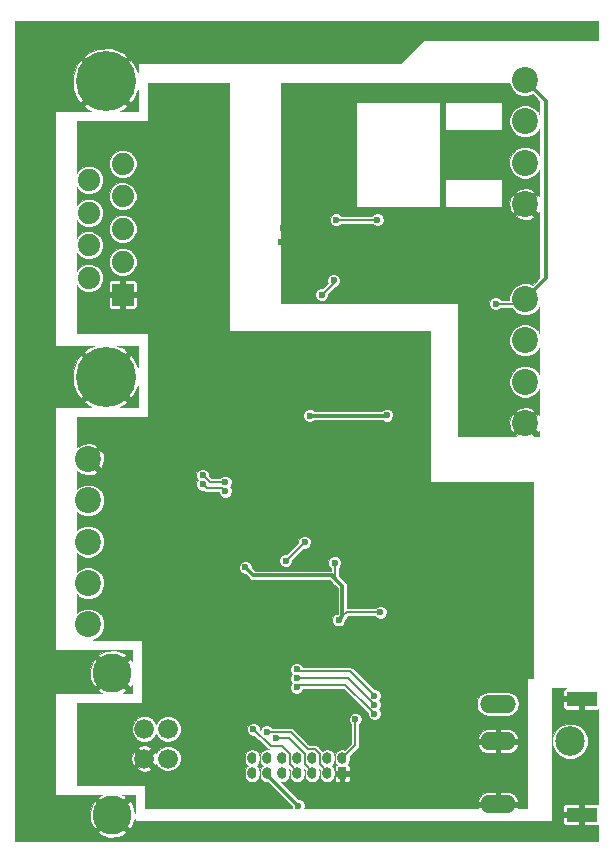
<source format=gbr>
G04 #@! TF.FileFunction,Copper,L2,Bot,Signal*
%FSLAX46Y46*%
G04 Gerber Fmt 4.6, Leading zero omitted, Abs format (unit mm)*
G04 Created by KiCad (PCBNEW 4.0.7) date Thu Apr 26 00:57:05 2018*
%MOMM*%
%LPD*%
G01*
G04 APERTURE LIST*
%ADD10C,0.100000*%
%ADD11C,1.676400*%
%ADD12C,3.302000*%
%ADD13C,1.879600*%
%ADD14R,1.879600X1.879600*%
%ADD15C,5.080000*%
%ADD16O,3.048000X1.524000*%
%ADD17R,2.600000X1.308000*%
%ADD18C,2.500000*%
%ADD19R,0.762000X1.016000*%
%ADD20O,0.762000X1.016000*%
%ADD21C,2.200000*%
%ADD22C,0.600000*%
%ADD23C,0.300000*%
%ADD24C,0.200000*%
%ADD25C,0.160000*%
G04 APERTURE END LIST*
D10*
D11*
X11275000Y-60300320D03*
X13256200Y-60300320D03*
X11275000Y-62799680D03*
D12*
X8557200Y-67569800D03*
X8557200Y-55530200D03*
D11*
X13256200Y-62799680D03*
D13*
X9419860Y-12435260D03*
X9419860Y-15206400D03*
X9419860Y-17975000D03*
X9419860Y-20743600D03*
D14*
X9419860Y-23514740D03*
D13*
X6580140Y-13827180D03*
X6580140Y-16595780D03*
X6580140Y-19354220D03*
X6580140Y-22122820D03*
D15*
X8000000Y-30474340D03*
X8000000Y-5475660D03*
D16*
X41201887Y-58176437D03*
X41201887Y-66685437D03*
X41201887Y-61351437D03*
D17*
X48300000Y-67550000D03*
X48300000Y-57750000D03*
D18*
X47315887Y-61351000D03*
D19*
X28020000Y-64050000D03*
D20*
X26750000Y-64050000D03*
X25480000Y-64050000D03*
X24210000Y-64050000D03*
X22940000Y-64050000D03*
X21670000Y-64050000D03*
X20400000Y-64050000D03*
X26750000Y-62780000D03*
X25480000Y-62780000D03*
X24210000Y-62780000D03*
X22940000Y-62780000D03*
X21670000Y-62780000D03*
X20400000Y-62780000D03*
X28020000Y-62780000D03*
D21*
X43500000Y-30900000D03*
X43500000Y-27400000D03*
X43500000Y-23900000D03*
X43500000Y-34400000D03*
X43500000Y-12350000D03*
X43500000Y-8850000D03*
X43500000Y-5350000D03*
X43500000Y-15850000D03*
X6500000Y-40950000D03*
X6500000Y-44450000D03*
X6500000Y-47950000D03*
X6500000Y-37450000D03*
X6500000Y-51450000D03*
D22*
X43875000Y-45925000D03*
X18200000Y-43225000D03*
X27950000Y-30775000D03*
X23000000Y-32000000D03*
X32950000Y-32050000D03*
X26950000Y-44450000D03*
X25400000Y-30775000D03*
X34275000Y-30775000D03*
X33000000Y-30775000D03*
X22875000Y-30775000D03*
X23375000Y-27225000D03*
X16950000Y-11800000D03*
X11825000Y-20975000D03*
X36850000Y-64100000D03*
X32825000Y-62450000D03*
X36650000Y-63050000D03*
X36850000Y-65800000D03*
X29325000Y-65925000D03*
X27775000Y-61750000D03*
X15125000Y-55100000D03*
X14800000Y-51900000D03*
X12019996Y-51850000D03*
X35820000Y-56819998D03*
X34200000Y-58039998D03*
X33580000Y-56050000D03*
X19840000Y-44440000D03*
X20806013Y-46388889D03*
X19291414Y-56350001D03*
X16650000Y-57600000D03*
X25320010Y-61400000D03*
X9000000Y-42700000D03*
X9000000Y-45700000D03*
X9000000Y-49700000D03*
X15950000Y-6525000D03*
X17850000Y-6525000D03*
X14050000Y-6525000D03*
X27275001Y-48366430D03*
X27222011Y-57771503D03*
X33238162Y-51538162D03*
X33250000Y-50600001D03*
X18025000Y-14050000D03*
X28758587Y-51349999D03*
X33325000Y-53575000D03*
X31800000Y-33725000D03*
X25275000Y-33775000D03*
X31250000Y-50400000D03*
X27400000Y-46239980D03*
X19820000Y-46620000D03*
X27720000Y-51070000D03*
X24300000Y-66800000D03*
X27300000Y-22324998D03*
X26300000Y-23525004D03*
X27500000Y-17200000D03*
X31000000Y-17200000D03*
X41000000Y-24300000D03*
X32025000Y-2375000D03*
X30025000Y-2375000D03*
X26200000Y-2325000D03*
X16950000Y-2375000D03*
X14950000Y-2375000D03*
X34225000Y-17800000D03*
X23000000Y-17850000D03*
X27950000Y-19075000D03*
X22875000Y-19075000D03*
X34300000Y-19075000D03*
X30475000Y-19075000D03*
X23350000Y-22625000D03*
X25500000Y-22050000D03*
X31925000Y-21425000D03*
X40250000Y-22900000D03*
X39150000Y-12650000D03*
X39150000Y-10750000D03*
X23550000Y-6625000D03*
X29125000Y-6075000D03*
X32925000Y-6075000D03*
X31025000Y-6075000D03*
X26200000Y-7425000D03*
X26225000Y-11725000D03*
X30750000Y-57469998D03*
X24150000Y-55240000D03*
X30750000Y-59010000D03*
X24150000Y-56760006D03*
X30750000Y-58240002D03*
X24150000Y-56000003D03*
X21610667Y-60552018D03*
X22375000Y-61090010D03*
X20500008Y-60300000D03*
X29111336Y-59468664D03*
X24825000Y-44475000D03*
X23250000Y-46050000D03*
X16200000Y-38800000D03*
X18100000Y-39389997D03*
X16198163Y-39561840D03*
X18100000Y-40150000D03*
D23*
X25275000Y-33775000D02*
X31750000Y-33775000D01*
X31750000Y-33775000D02*
X31800000Y-33725000D01*
D24*
X31250000Y-50400000D02*
X28390000Y-50400000D01*
X28390000Y-50400000D02*
X28019999Y-50770001D01*
X27531373Y-47720000D02*
X27400000Y-47588627D01*
X27400000Y-46664244D02*
X27400000Y-46239980D01*
X27400000Y-47588627D02*
X27400000Y-46664244D01*
D23*
X27531373Y-47720000D02*
X27111373Y-47300000D01*
X28019999Y-48208626D02*
X27531373Y-47720000D01*
X28019999Y-50770001D02*
X28019999Y-50390000D01*
X28019999Y-50390000D02*
X28019999Y-48208626D01*
X27111373Y-47300000D02*
X23950000Y-47300000D01*
X23950000Y-47300000D02*
X23940000Y-47290000D01*
X27720000Y-51070000D02*
X28019999Y-50770001D01*
X23940000Y-47290000D02*
X20490000Y-47290000D01*
X20490000Y-47290000D02*
X20119999Y-46919999D01*
X20119999Y-46919999D02*
X19820000Y-46620000D01*
X27699999Y-51049999D02*
X27720000Y-51070000D01*
X21670000Y-64050000D02*
X21670000Y-64177000D01*
X21670000Y-64177000D02*
X24293000Y-66800000D01*
X24293000Y-66800000D02*
X24300000Y-66800000D01*
D24*
X27300000Y-22525004D02*
X27300000Y-22324998D01*
X26300000Y-23525004D02*
X27300000Y-22525004D01*
X31000000Y-17200000D02*
X27500000Y-17200000D01*
X43500000Y-23900000D02*
X43100000Y-24300000D01*
X43100000Y-24300000D02*
X41000000Y-24300000D01*
D23*
X45250000Y-7100000D02*
X45250000Y-22150000D01*
X45250000Y-22150000D02*
X43500000Y-23900000D01*
X43500000Y-5350000D02*
X45250000Y-7100000D01*
D25*
X24150000Y-55240000D02*
X24310000Y-55400000D01*
X24310000Y-55400000D02*
X28680002Y-55400000D01*
X28680002Y-55400000D02*
X30450001Y-57169999D01*
X30450001Y-57169999D02*
X30750000Y-57469998D01*
X24150000Y-56760006D02*
X24360006Y-56550000D01*
X24360006Y-56550000D02*
X28290000Y-56550000D01*
X28290000Y-56550000D02*
X30450001Y-58710001D01*
X30450001Y-58710001D02*
X30750000Y-59010000D01*
X24150000Y-56000003D02*
X28510001Y-56000003D01*
X28510001Y-56000003D02*
X30450001Y-57940003D01*
X30450001Y-57940003D02*
X30750000Y-58240002D01*
X26750000Y-64050000D02*
X26750000Y-63923000D01*
X26750000Y-63923000D02*
X26101010Y-63274010D01*
X21612685Y-60550000D02*
X21610667Y-60552018D01*
X26101010Y-63274010D02*
X26101010Y-62395770D01*
X26101010Y-62395770D02*
X25705240Y-62000000D01*
X25705240Y-62000000D02*
X25090000Y-62000000D01*
X25090000Y-62000000D02*
X23640000Y-60550000D01*
X23640000Y-60550000D02*
X21612685Y-60550000D01*
X22799264Y-61090010D02*
X22375000Y-61090010D01*
X23525250Y-61090010D02*
X22799264Y-61090010D01*
X25480000Y-63923000D02*
X24858990Y-63301990D01*
X24858990Y-62423750D02*
X23525250Y-61090010D01*
X25480000Y-64050000D02*
X25480000Y-63923000D01*
X24858990Y-63301990D02*
X24858990Y-62423750D01*
X20500008Y-60300000D02*
X21950008Y-61750000D01*
X21950008Y-61750000D02*
X22915240Y-61750000D01*
X22915240Y-61750000D02*
X23588990Y-62423750D01*
X23588990Y-62423750D02*
X23588990Y-63301990D01*
X23588990Y-63301990D02*
X24210000Y-63923000D01*
X24210000Y-63923000D02*
X24210000Y-64050000D01*
X29111336Y-59468664D02*
X29111336Y-61688664D01*
X29111336Y-61688664D02*
X28020000Y-62780000D01*
X23250000Y-46050000D02*
X24825000Y-44475000D01*
X18100000Y-39389997D02*
X16789997Y-39389997D01*
X16789997Y-39389997D02*
X16200000Y-38800000D01*
X18100000Y-40150000D02*
X17875000Y-39925000D01*
X17875000Y-39925000D02*
X16561323Y-39925000D01*
X16561323Y-39925000D02*
X16198163Y-39561840D01*
D10*
G36*
X18450000Y-26550000D02*
X18453939Y-26569453D01*
X18465136Y-26585840D01*
X18481827Y-26596581D01*
X18500000Y-26600000D01*
X35450000Y-26600000D01*
X35450000Y-39300000D01*
X35453939Y-39319453D01*
X35465136Y-39335840D01*
X35481827Y-39346581D01*
X35500000Y-39350000D01*
X44200000Y-39350000D01*
X44200000Y-56000000D01*
X43750000Y-56000000D01*
X43730547Y-56003939D01*
X43714160Y-56015136D01*
X43703419Y-56031827D01*
X43700000Y-56050000D01*
X43700000Y-67000000D01*
X42907343Y-67000000D01*
X42892084Y-66885437D01*
X41401887Y-66885437D01*
X41401887Y-66905437D01*
X41001887Y-66905437D01*
X41001887Y-66885437D01*
X39511690Y-66885437D01*
X39496431Y-67000000D01*
X24812484Y-67000000D01*
X24849904Y-66909882D01*
X24850095Y-66691078D01*
X24766539Y-66488857D01*
X24611957Y-66334005D01*
X24608839Y-66332710D01*
X39491348Y-66332710D01*
X39511690Y-66485437D01*
X41001887Y-66485437D01*
X41001887Y-65673437D01*
X41401887Y-65673437D01*
X41401887Y-66485437D01*
X42892084Y-66485437D01*
X42912426Y-66332710D01*
X42820901Y-66111267D01*
X42535939Y-65827008D01*
X42163887Y-65673437D01*
X41401887Y-65673437D01*
X41001887Y-65673437D01*
X40239887Y-65673437D01*
X39867835Y-65827008D01*
X39582873Y-66111267D01*
X39491348Y-66332710D01*
X24608839Y-66332710D01*
X24409882Y-66250096D01*
X24308694Y-66250008D01*
X22867019Y-64808333D01*
X22940000Y-64822850D01*
X23181473Y-64774818D01*
X23386184Y-64638034D01*
X23522968Y-64433323D01*
X23571000Y-64191850D01*
X23571000Y-63908150D01*
X23531902Y-63711592D01*
X23603797Y-63783487D01*
X23579000Y-63908150D01*
X23579000Y-64191850D01*
X23627032Y-64433323D01*
X23763816Y-64638034D01*
X23968527Y-64774818D01*
X24210000Y-64822850D01*
X24451473Y-64774818D01*
X24656184Y-64638034D01*
X24792968Y-64433323D01*
X24841000Y-64191850D01*
X24841000Y-63908150D01*
X24801902Y-63711592D01*
X24873797Y-63783487D01*
X24849000Y-63908150D01*
X24849000Y-64191850D01*
X24897032Y-64433323D01*
X25033816Y-64638034D01*
X25238527Y-64774818D01*
X25480000Y-64822850D01*
X25721473Y-64774818D01*
X25926184Y-64638034D01*
X26062968Y-64433323D01*
X26111000Y-64191850D01*
X26111000Y-63908150D01*
X26071902Y-63711593D01*
X26143797Y-63783487D01*
X26119000Y-63908150D01*
X26119000Y-64191850D01*
X26167032Y-64433323D01*
X26303816Y-64638034D01*
X26508527Y-64774818D01*
X26750000Y-64822850D01*
X26991473Y-64774818D01*
X27196184Y-64638034D01*
X27332968Y-64433323D01*
X27357001Y-64312500D01*
X27389000Y-64312500D01*
X27389000Y-64607728D01*
X27427060Y-64699614D01*
X27497386Y-64769940D01*
X27589272Y-64808000D01*
X27767000Y-64808000D01*
X27829500Y-64745500D01*
X27829500Y-64250000D01*
X28210500Y-64250000D01*
X28210500Y-64745500D01*
X28273000Y-64808000D01*
X28450728Y-64808000D01*
X28542614Y-64769940D01*
X28612940Y-64699614D01*
X28651000Y-64607728D01*
X28651000Y-64312500D01*
X28588500Y-64250000D01*
X28210500Y-64250000D01*
X27829500Y-64250000D01*
X27451500Y-64250000D01*
X27389000Y-64312500D01*
X27357001Y-64312500D01*
X27381000Y-64191850D01*
X27381000Y-63908150D01*
X27332968Y-63666677D01*
X27196184Y-63461966D01*
X27125895Y-63415000D01*
X27196184Y-63368034D01*
X27332968Y-63163323D01*
X27381000Y-62921850D01*
X27381000Y-62638150D01*
X27389000Y-62638150D01*
X27389000Y-62921850D01*
X27437032Y-63163323D01*
X27537375Y-63313496D01*
X27497386Y-63330060D01*
X27427060Y-63400386D01*
X27389000Y-63492272D01*
X27389000Y-63787500D01*
X27451500Y-63850000D01*
X27829500Y-63850000D01*
X27829500Y-63830000D01*
X28210500Y-63830000D01*
X28210500Y-63850000D01*
X28588500Y-63850000D01*
X28651000Y-63787500D01*
X28651000Y-63492272D01*
X28612940Y-63400386D01*
X28542614Y-63330060D01*
X28502625Y-63313496D01*
X28602968Y-63163323D01*
X28651000Y-62921850D01*
X28651000Y-62638150D01*
X28647274Y-62619416D01*
X29344681Y-61922009D01*
X29376951Y-61873714D01*
X29416216Y-61814950D01*
X29438252Y-61704164D01*
X39491348Y-61704164D01*
X39582873Y-61925607D01*
X39867835Y-62209866D01*
X40239887Y-62363437D01*
X41001887Y-62363437D01*
X41001887Y-61551437D01*
X41401887Y-61551437D01*
X41401887Y-62363437D01*
X42163887Y-62363437D01*
X42535939Y-62209866D01*
X42820901Y-61925607D01*
X42912426Y-61704164D01*
X42892084Y-61551437D01*
X41401887Y-61551437D01*
X41001887Y-61551437D01*
X39511690Y-61551437D01*
X39491348Y-61704164D01*
X29438252Y-61704164D01*
X29441336Y-61688664D01*
X29441336Y-60998710D01*
X39491348Y-60998710D01*
X39511690Y-61151437D01*
X41001887Y-61151437D01*
X41001887Y-60339437D01*
X41401887Y-60339437D01*
X41401887Y-61151437D01*
X42892084Y-61151437D01*
X42912426Y-60998710D01*
X42820901Y-60777267D01*
X42535939Y-60493008D01*
X42163887Y-60339437D01*
X41401887Y-60339437D01*
X41001887Y-60339437D01*
X40239887Y-60339437D01*
X39867835Y-60493008D01*
X39582873Y-60777267D01*
X39491348Y-60998710D01*
X29441336Y-60998710D01*
X29441336Y-59916379D01*
X29577331Y-59780621D01*
X29661240Y-59578546D01*
X29661431Y-59359742D01*
X29577875Y-59157521D01*
X29423293Y-59002669D01*
X29221218Y-58918760D01*
X29002414Y-58918569D01*
X28800193Y-59002125D01*
X28645341Y-59156707D01*
X28561432Y-59358782D01*
X28561241Y-59577586D01*
X28644797Y-59779807D01*
X28781336Y-59916584D01*
X28781336Y-61551974D01*
X28271457Y-62061853D01*
X28261473Y-62055182D01*
X28020000Y-62007150D01*
X27778527Y-62055182D01*
X27573816Y-62191966D01*
X27437032Y-62396677D01*
X27389000Y-62638150D01*
X27381000Y-62638150D01*
X27332968Y-62396677D01*
X27196184Y-62191966D01*
X26991473Y-62055182D01*
X26750000Y-62007150D01*
X26508527Y-62055182D01*
X26338575Y-62168741D01*
X26334355Y-62162425D01*
X25938585Y-61766655D01*
X25913659Y-61750000D01*
X25831526Y-61695120D01*
X25705240Y-61670000D01*
X25226690Y-61670000D01*
X23873345Y-60316655D01*
X23848419Y-60300000D01*
X23766286Y-60245120D01*
X23640000Y-60220000D01*
X22056367Y-60220000D01*
X21922624Y-60086023D01*
X21720549Y-60002114D01*
X21501745Y-60001923D01*
X21299524Y-60085479D01*
X21144672Y-60240061D01*
X21074867Y-60408169D01*
X21049935Y-60383237D01*
X21050103Y-60191078D01*
X20966547Y-59988857D01*
X20811965Y-59834005D01*
X20609890Y-59750096D01*
X20391086Y-59749905D01*
X20188865Y-59833461D01*
X20034013Y-59988043D01*
X19950104Y-60190118D01*
X19949913Y-60408922D01*
X20033469Y-60611143D01*
X20188051Y-60765995D01*
X20390126Y-60849904D01*
X20583391Y-60850073D01*
X21716663Y-61983345D01*
X21787170Y-62030456D01*
X21670000Y-62007150D01*
X21428527Y-62055182D01*
X21223816Y-62191966D01*
X21087032Y-62396677D01*
X21039000Y-62638150D01*
X21039000Y-62921850D01*
X21087032Y-63163323D01*
X21223816Y-63368034D01*
X21294105Y-63415000D01*
X21223816Y-63461966D01*
X21087032Y-63666677D01*
X21039000Y-63908150D01*
X21039000Y-64191850D01*
X21087032Y-64433323D01*
X21223816Y-64638034D01*
X21428527Y-64774818D01*
X21670000Y-64822850D01*
X21736864Y-64809550D01*
X23749980Y-66822666D01*
X23749905Y-66908922D01*
X23787538Y-67000000D01*
X11300000Y-67000000D01*
X11300000Y-65050000D01*
X11296061Y-65030547D01*
X11284864Y-65014160D01*
X11268173Y-65003419D01*
X11250000Y-65000000D01*
X5550000Y-65000000D01*
X5550000Y-63667823D01*
X10689699Y-63667823D01*
X10795327Y-63800153D01*
X11214704Y-63907559D01*
X11643261Y-63846301D01*
X11754673Y-63800153D01*
X11860301Y-63667823D01*
X11275000Y-63082523D01*
X10689699Y-63667823D01*
X5550000Y-63667823D01*
X5550000Y-62739384D01*
X10167121Y-62739384D01*
X10228379Y-63167941D01*
X10274527Y-63279353D01*
X10406857Y-63384981D01*
X10992157Y-62799680D01*
X11557843Y-62799680D01*
X12143143Y-63384981D01*
X12275473Y-63279353D01*
X12276043Y-63277127D01*
X12333131Y-63415290D01*
X12638979Y-63721673D01*
X13038794Y-63887691D01*
X13471707Y-63888068D01*
X13871810Y-63722749D01*
X14178193Y-63416901D01*
X14344211Y-63017086D01*
X14344540Y-62638150D01*
X19769000Y-62638150D01*
X19769000Y-62921850D01*
X19817032Y-63163323D01*
X19953816Y-63368034D01*
X20024105Y-63415000D01*
X19953816Y-63461966D01*
X19817032Y-63666677D01*
X19769000Y-63908150D01*
X19769000Y-64191850D01*
X19817032Y-64433323D01*
X19953816Y-64638034D01*
X20158527Y-64774818D01*
X20400000Y-64822850D01*
X20641473Y-64774818D01*
X20846184Y-64638034D01*
X20982968Y-64433323D01*
X21031000Y-64191850D01*
X21031000Y-63908150D01*
X20982968Y-63666677D01*
X20846184Y-63461966D01*
X20775895Y-63415000D01*
X20846184Y-63368034D01*
X20982968Y-63163323D01*
X21031000Y-62921850D01*
X21031000Y-62638150D01*
X20982968Y-62396677D01*
X20846184Y-62191966D01*
X20641473Y-62055182D01*
X20400000Y-62007150D01*
X20158527Y-62055182D01*
X19953816Y-62191966D01*
X19817032Y-62396677D01*
X19769000Y-62638150D01*
X14344540Y-62638150D01*
X14344588Y-62584173D01*
X14179269Y-62184070D01*
X13873421Y-61877687D01*
X13473606Y-61711669D01*
X13040693Y-61711292D01*
X12640590Y-61876611D01*
X12334207Y-62182459D01*
X12276281Y-62321959D01*
X12275473Y-62320007D01*
X12143143Y-62214379D01*
X11557843Y-62799680D01*
X10992157Y-62799680D01*
X10406857Y-62214379D01*
X10274527Y-62320007D01*
X10167121Y-62739384D01*
X5550000Y-62739384D01*
X5550000Y-61931537D01*
X10689699Y-61931537D01*
X11275000Y-62516837D01*
X11860301Y-61931537D01*
X11754673Y-61799207D01*
X11335296Y-61691801D01*
X10906739Y-61753059D01*
X10795327Y-61799207D01*
X10689699Y-61931537D01*
X5550000Y-61931537D01*
X5550000Y-60515827D01*
X10186612Y-60515827D01*
X10351931Y-60915930D01*
X10657779Y-61222313D01*
X11057594Y-61388331D01*
X11490507Y-61388708D01*
X11890610Y-61223389D01*
X12196993Y-60917541D01*
X12265564Y-60752405D01*
X12333131Y-60915930D01*
X12638979Y-61222313D01*
X13038794Y-61388331D01*
X13471707Y-61388708D01*
X13871810Y-61223389D01*
X14178193Y-60917541D01*
X14344211Y-60517726D01*
X14344588Y-60084813D01*
X14179269Y-59684710D01*
X13873421Y-59378327D01*
X13473606Y-59212309D01*
X13040693Y-59211932D01*
X12640590Y-59377251D01*
X12334207Y-59683099D01*
X12265636Y-59848235D01*
X12198069Y-59684710D01*
X11892221Y-59378327D01*
X11492406Y-59212309D01*
X11059493Y-59211932D01*
X10659390Y-59377251D01*
X10353007Y-59683099D01*
X10186989Y-60082914D01*
X10186612Y-60515827D01*
X5550000Y-60515827D01*
X5550000Y-58100000D01*
X11000000Y-58100000D01*
X11019453Y-58096061D01*
X11035840Y-58084864D01*
X11046581Y-58068173D01*
X11050000Y-58050000D01*
X11050000Y-55348922D01*
X23599905Y-55348922D01*
X23683461Y-55551143D01*
X23752184Y-55619986D01*
X23684005Y-55688046D01*
X23600096Y-55890121D01*
X23599905Y-56108925D01*
X23683461Y-56311146D01*
X23752184Y-56379989D01*
X23684005Y-56448049D01*
X23600096Y-56650124D01*
X23599905Y-56868928D01*
X23683461Y-57071149D01*
X23838043Y-57226001D01*
X24040118Y-57309910D01*
X24258922Y-57310101D01*
X24461143Y-57226545D01*
X24615995Y-57071963D01*
X24695705Y-56880000D01*
X28153310Y-56880000D01*
X30200073Y-58926763D01*
X30199905Y-59118922D01*
X30283461Y-59321143D01*
X30438043Y-59475995D01*
X30640118Y-59559904D01*
X30858922Y-59560095D01*
X31061143Y-59476539D01*
X31215995Y-59321957D01*
X31299904Y-59119882D01*
X31300095Y-58901078D01*
X31216539Y-58698857D01*
X31142819Y-58625008D01*
X31215995Y-58551959D01*
X31299904Y-58349884D01*
X31300055Y-58176437D01*
X39393132Y-58176437D01*
X39470166Y-58563713D01*
X39689540Y-58892029D01*
X40017856Y-59111403D01*
X40405132Y-59188437D01*
X41998642Y-59188437D01*
X42385918Y-59111403D01*
X42714234Y-58892029D01*
X42933608Y-58563713D01*
X43010642Y-58176437D01*
X42933608Y-57789161D01*
X42714234Y-57460845D01*
X42385918Y-57241471D01*
X41998642Y-57164437D01*
X40405132Y-57164437D01*
X40017856Y-57241471D01*
X39689540Y-57460845D01*
X39470166Y-57789161D01*
X39393132Y-58176437D01*
X31300055Y-58176437D01*
X31300095Y-58131080D01*
X31216539Y-57928859D01*
X31142816Y-57855007D01*
X31215995Y-57781955D01*
X31299904Y-57579880D01*
X31300095Y-57361076D01*
X31216539Y-57158855D01*
X31061957Y-57004003D01*
X30859882Y-56920094D01*
X30666618Y-56919925D01*
X28913347Y-55166655D01*
X28889033Y-55150409D01*
X28806288Y-55095120D01*
X28680002Y-55070000D01*
X24674858Y-55070000D01*
X24616539Y-54928857D01*
X24461957Y-54774005D01*
X24259882Y-54690096D01*
X24041078Y-54689905D01*
X23838857Y-54773461D01*
X23684005Y-54928043D01*
X23600096Y-55130118D01*
X23599905Y-55348922D01*
X11050000Y-55348922D01*
X11050000Y-52800000D01*
X11046061Y-52780547D01*
X11034864Y-52764160D01*
X11018173Y-52753419D01*
X11000000Y-52750000D01*
X6888929Y-52750000D01*
X7263715Y-52595142D01*
X7643807Y-52215712D01*
X7849765Y-51719710D01*
X7850234Y-51182647D01*
X7645142Y-50686285D01*
X7265712Y-50306193D01*
X6769710Y-50100235D01*
X6232647Y-50099766D01*
X5736285Y-50304858D01*
X5550000Y-50490819D01*
X5550000Y-48909197D01*
X5734288Y-49093807D01*
X6230290Y-49299765D01*
X6767353Y-49300234D01*
X7263715Y-49095142D01*
X7643807Y-48715712D01*
X7849765Y-48219710D01*
X7850234Y-47682647D01*
X7645142Y-47186285D01*
X7265712Y-46806193D01*
X7079623Y-46728922D01*
X19269905Y-46728922D01*
X19353461Y-46931143D01*
X19508043Y-47085995D01*
X19710118Y-47169904D01*
X19804301Y-47169986D01*
X19837154Y-47202839D01*
X19837156Y-47202842D01*
X20207155Y-47572840D01*
X20207157Y-47572843D01*
X20336927Y-47659552D01*
X20490000Y-47690000D01*
X23899726Y-47690000D01*
X23950000Y-47700000D01*
X26945687Y-47700000D01*
X27248528Y-48002840D01*
X27248530Y-48002843D01*
X27619999Y-48374311D01*
X27619999Y-50519913D01*
X27611078Y-50519905D01*
X27408857Y-50603461D01*
X27254005Y-50758043D01*
X27170096Y-50960118D01*
X27169905Y-51178922D01*
X27253461Y-51381143D01*
X27408043Y-51535995D01*
X27610118Y-51619904D01*
X27828922Y-51620095D01*
X28031143Y-51536539D01*
X28185995Y-51381957D01*
X28269904Y-51179882D01*
X28269986Y-51085699D01*
X28302839Y-51052846D01*
X28302842Y-51052844D01*
X28364799Y-50960118D01*
X28389551Y-50923075D01*
X28396417Y-50888557D01*
X28534975Y-50750000D01*
X30822250Y-50750000D01*
X30938043Y-50865995D01*
X31140118Y-50949904D01*
X31358922Y-50950095D01*
X31561143Y-50866539D01*
X31715995Y-50711957D01*
X31799904Y-50509882D01*
X31800095Y-50291078D01*
X31716539Y-50088857D01*
X31561957Y-49934005D01*
X31359882Y-49850096D01*
X31141078Y-49849905D01*
X30938857Y-49933461D01*
X30822114Y-50050000D01*
X28419999Y-50050000D01*
X28419999Y-48208631D01*
X28420000Y-48208626D01*
X28389551Y-48055553D01*
X28381402Y-48043357D01*
X28302842Y-47925783D01*
X28302839Y-47925781D01*
X27814216Y-47437157D01*
X27814213Y-47437155D01*
X27750000Y-47372942D01*
X27750000Y-46667730D01*
X27865995Y-46551937D01*
X27949904Y-46349862D01*
X27950095Y-46131058D01*
X27866539Y-45928837D01*
X27711957Y-45773985D01*
X27509882Y-45690076D01*
X27291078Y-45689885D01*
X27088857Y-45773441D01*
X26934005Y-45928023D01*
X26850096Y-46130098D01*
X26849905Y-46348902D01*
X26933461Y-46551123D01*
X27050000Y-46667866D01*
X27050000Y-46900000D01*
X23990274Y-46900000D01*
X23940000Y-46890000D01*
X20655685Y-46890000D01*
X20402842Y-46637156D01*
X20402839Y-46637154D01*
X20370014Y-46604328D01*
X20370095Y-46511078D01*
X20286539Y-46308857D01*
X20136866Y-46158922D01*
X22699905Y-46158922D01*
X22783461Y-46361143D01*
X22938043Y-46515995D01*
X23140118Y-46599904D01*
X23358922Y-46600095D01*
X23561143Y-46516539D01*
X23715995Y-46361957D01*
X23799904Y-46159882D01*
X23800073Y-45966617D01*
X24741763Y-45024927D01*
X24933922Y-45025095D01*
X25136143Y-44941539D01*
X25290995Y-44786957D01*
X25374904Y-44584882D01*
X25375095Y-44366078D01*
X25291539Y-44163857D01*
X25136957Y-44009005D01*
X24934882Y-43925096D01*
X24716078Y-43924905D01*
X24513857Y-44008461D01*
X24359005Y-44163043D01*
X24275096Y-44365118D01*
X24274927Y-44558383D01*
X23333237Y-45500073D01*
X23141078Y-45499905D01*
X22938857Y-45583461D01*
X22784005Y-45738043D01*
X22700096Y-45940118D01*
X22699905Y-46158922D01*
X20136866Y-46158922D01*
X20131957Y-46154005D01*
X19929882Y-46070096D01*
X19711078Y-46069905D01*
X19508857Y-46153461D01*
X19354005Y-46308043D01*
X19270096Y-46510118D01*
X19269905Y-46728922D01*
X7079623Y-46728922D01*
X6769710Y-46600235D01*
X6232647Y-46599766D01*
X5736285Y-46804858D01*
X5550000Y-46990819D01*
X5550000Y-45409197D01*
X5734288Y-45593807D01*
X6230290Y-45799765D01*
X6767353Y-45800234D01*
X7263715Y-45595142D01*
X7643807Y-45215712D01*
X7849765Y-44719710D01*
X7850234Y-44182647D01*
X7645142Y-43686285D01*
X7265712Y-43306193D01*
X6769710Y-43100235D01*
X6232647Y-43099766D01*
X5736285Y-43304858D01*
X5550000Y-43490819D01*
X5550000Y-41909197D01*
X5734288Y-42093807D01*
X6230290Y-42299765D01*
X6767353Y-42300234D01*
X7263715Y-42095142D01*
X7643807Y-41715712D01*
X7849765Y-41219710D01*
X7850234Y-40682647D01*
X7645142Y-40186285D01*
X7265712Y-39806193D01*
X6939558Y-39670762D01*
X15648068Y-39670762D01*
X15731624Y-39872983D01*
X15886206Y-40027835D01*
X16088281Y-40111744D01*
X16281546Y-40111913D01*
X16327978Y-40158345D01*
X16435038Y-40229881D01*
X16561323Y-40255000D01*
X17549908Y-40255000D01*
X17549905Y-40258922D01*
X17633461Y-40461143D01*
X17788043Y-40615995D01*
X17990118Y-40699904D01*
X18208922Y-40700095D01*
X18411143Y-40616539D01*
X18565995Y-40461957D01*
X18649904Y-40259882D01*
X18650095Y-40041078D01*
X18566539Y-39838857D01*
X18497816Y-39770014D01*
X18565995Y-39701954D01*
X18649904Y-39499879D01*
X18650095Y-39281075D01*
X18566539Y-39078854D01*
X18411957Y-38924002D01*
X18209882Y-38840093D01*
X17991078Y-38839902D01*
X17788857Y-38923458D01*
X17652080Y-39059997D01*
X16926687Y-39059997D01*
X16749927Y-38883237D01*
X16750095Y-38691078D01*
X16666539Y-38488857D01*
X16511957Y-38334005D01*
X16309882Y-38250096D01*
X16091078Y-38249905D01*
X15888857Y-38333461D01*
X15734005Y-38488043D01*
X15650096Y-38690118D01*
X15649905Y-38908922D01*
X15733461Y-39111143D01*
X15802186Y-39179988D01*
X15732168Y-39249883D01*
X15648259Y-39451958D01*
X15648068Y-39670762D01*
X6939558Y-39670762D01*
X6769710Y-39600235D01*
X6232647Y-39599766D01*
X5736285Y-39804858D01*
X5550000Y-39990819D01*
X5550000Y-38445207D01*
X5668819Y-38564026D01*
X5723147Y-38509698D01*
X5861333Y-38669309D01*
X6376558Y-38820901D01*
X6910576Y-38763786D01*
X7138667Y-38669309D01*
X7276854Y-38509696D01*
X6500000Y-37732843D01*
X6485858Y-37746985D01*
X6203015Y-37464142D01*
X6217157Y-37450000D01*
X6782843Y-37450000D01*
X7559696Y-38226854D01*
X7719309Y-38088667D01*
X7870901Y-37573442D01*
X7813786Y-37039424D01*
X7719309Y-36811333D01*
X7559696Y-36673146D01*
X6782843Y-37450000D01*
X6217157Y-37450000D01*
X6203015Y-37435858D01*
X6485858Y-37153015D01*
X6500000Y-37167157D01*
X7276854Y-36390304D01*
X7138667Y-36230691D01*
X6623442Y-36079099D01*
X6089424Y-36136214D01*
X5861333Y-36230691D01*
X5723147Y-36390302D01*
X5668819Y-36335974D01*
X5550000Y-36454793D01*
X5550000Y-33883922D01*
X24724905Y-33883922D01*
X24808461Y-34086143D01*
X24963043Y-34240995D01*
X25165118Y-34324904D01*
X25383922Y-34325095D01*
X25586143Y-34241539D01*
X25652798Y-34175000D01*
X31472076Y-34175000D01*
X31488043Y-34190995D01*
X31690118Y-34274904D01*
X31908922Y-34275095D01*
X32111143Y-34191539D01*
X32265995Y-34036957D01*
X32349904Y-33834882D01*
X32350095Y-33616078D01*
X32266539Y-33413857D01*
X32111957Y-33259005D01*
X31909882Y-33175096D01*
X31691078Y-33174905D01*
X31488857Y-33258461D01*
X31372114Y-33375000D01*
X25652837Y-33375000D01*
X25586957Y-33309005D01*
X25384882Y-33225096D01*
X25166078Y-33224905D01*
X24963857Y-33308461D01*
X24809005Y-33463043D01*
X24725096Y-33665118D01*
X24724905Y-33883922D01*
X5550000Y-33883922D01*
X5550000Y-33850000D01*
X11500000Y-33850000D01*
X11519453Y-33846061D01*
X11535840Y-33834864D01*
X11546581Y-33818173D01*
X11550000Y-33800000D01*
X11550000Y-26800000D01*
X11546061Y-26780547D01*
X11534864Y-26764160D01*
X11518173Y-26753419D01*
X11500000Y-26750000D01*
X5550000Y-26750000D01*
X5550000Y-23777240D01*
X8230060Y-23777240D01*
X8230060Y-24504268D01*
X8268120Y-24596154D01*
X8338446Y-24666480D01*
X8430332Y-24704540D01*
X9157360Y-24704540D01*
X9219860Y-24642040D01*
X9219860Y-23714740D01*
X9619860Y-23714740D01*
X9619860Y-24642040D01*
X9682360Y-24704540D01*
X10409388Y-24704540D01*
X10501274Y-24666480D01*
X10571600Y-24596154D01*
X10609660Y-24504268D01*
X10609660Y-23777240D01*
X10547160Y-23714740D01*
X9619860Y-23714740D01*
X9219860Y-23714740D01*
X8292560Y-23714740D01*
X8230060Y-23777240D01*
X5550000Y-23777240D01*
X5550000Y-22745354D01*
X5570888Y-22795907D01*
X5905292Y-23130896D01*
X6342436Y-23312413D01*
X6815768Y-23312827D01*
X7253227Y-23132072D01*
X7588216Y-22797668D01*
X7701348Y-22525212D01*
X8230060Y-22525212D01*
X8230060Y-23252240D01*
X8292560Y-23314740D01*
X9219860Y-23314740D01*
X9219860Y-22387440D01*
X9619860Y-22387440D01*
X9619860Y-23314740D01*
X10547160Y-23314740D01*
X10609660Y-23252240D01*
X10609660Y-22525212D01*
X10571600Y-22433326D01*
X10501274Y-22363000D01*
X10409388Y-22324940D01*
X9682360Y-22324940D01*
X9619860Y-22387440D01*
X9219860Y-22387440D01*
X9157360Y-22324940D01*
X8430332Y-22324940D01*
X8338446Y-22363000D01*
X8268120Y-22433326D01*
X8230060Y-22525212D01*
X7701348Y-22525212D01*
X7769733Y-22360524D01*
X7770147Y-21887192D01*
X7589392Y-21449733D01*
X7254988Y-21114744D01*
X6928628Y-20979228D01*
X8229853Y-20979228D01*
X8410608Y-21416687D01*
X8745012Y-21751676D01*
X9182156Y-21933193D01*
X9655488Y-21933607D01*
X10092947Y-21752852D01*
X10427936Y-21418448D01*
X10609453Y-20981304D01*
X10609867Y-20507972D01*
X10429112Y-20070513D01*
X10094708Y-19735524D01*
X9657564Y-19554007D01*
X9184232Y-19553593D01*
X8746773Y-19734348D01*
X8411784Y-20068752D01*
X8230267Y-20505896D01*
X8229853Y-20979228D01*
X6928628Y-20979228D01*
X6817844Y-20933227D01*
X6344512Y-20932813D01*
X5907053Y-21113568D01*
X5572064Y-21447972D01*
X5550000Y-21501108D01*
X5550000Y-19976754D01*
X5570888Y-20027307D01*
X5905292Y-20362296D01*
X6342436Y-20543813D01*
X6815768Y-20544227D01*
X7253227Y-20363472D01*
X7588216Y-20029068D01*
X7769733Y-19591924D01*
X7770147Y-19118592D01*
X7589392Y-18681133D01*
X7254988Y-18346144D01*
X6928628Y-18210628D01*
X8229853Y-18210628D01*
X8410608Y-18648087D01*
X8745012Y-18983076D01*
X9182156Y-19164593D01*
X9655488Y-19165007D01*
X10092947Y-18984252D01*
X10427936Y-18649848D01*
X10609453Y-18212704D01*
X10609867Y-17739372D01*
X10429112Y-17301913D01*
X10094708Y-16966924D01*
X9657564Y-16785407D01*
X9184232Y-16784993D01*
X8746773Y-16965748D01*
X8411784Y-17300152D01*
X8230267Y-17737296D01*
X8229853Y-18210628D01*
X6928628Y-18210628D01*
X6817844Y-18164627D01*
X6344512Y-18164213D01*
X5907053Y-18344968D01*
X5572064Y-18679372D01*
X5550000Y-18732508D01*
X5550000Y-17218314D01*
X5570888Y-17268867D01*
X5905292Y-17603856D01*
X6342436Y-17785373D01*
X6815768Y-17785787D01*
X7253227Y-17605032D01*
X7588216Y-17270628D01*
X7769733Y-16833484D01*
X7770147Y-16360152D01*
X7589392Y-15922693D01*
X7254988Y-15587704D01*
X6904160Y-15442028D01*
X8229853Y-15442028D01*
X8410608Y-15879487D01*
X8745012Y-16214476D01*
X9182156Y-16395993D01*
X9655488Y-16396407D01*
X10092947Y-16215652D01*
X10427936Y-15881248D01*
X10609453Y-15444104D01*
X10609867Y-14970772D01*
X10429112Y-14533313D01*
X10094708Y-14198324D01*
X9657564Y-14016807D01*
X9184232Y-14016393D01*
X8746773Y-14197148D01*
X8411784Y-14531552D01*
X8230267Y-14968696D01*
X8229853Y-15442028D01*
X6904160Y-15442028D01*
X6817844Y-15406187D01*
X6344512Y-15405773D01*
X5907053Y-15586528D01*
X5572064Y-15920932D01*
X5550000Y-15974068D01*
X5550000Y-14449714D01*
X5570888Y-14500267D01*
X5905292Y-14835256D01*
X6342436Y-15016773D01*
X6815768Y-15017187D01*
X7253227Y-14836432D01*
X7588216Y-14502028D01*
X7769733Y-14064884D01*
X7770147Y-13591552D01*
X7589392Y-13154093D01*
X7254988Y-12819104D01*
X6898043Y-12670888D01*
X8229853Y-12670888D01*
X8410608Y-13108347D01*
X8745012Y-13443336D01*
X9182156Y-13624853D01*
X9655488Y-13625267D01*
X10092947Y-13444512D01*
X10427936Y-13110108D01*
X10609453Y-12672964D01*
X10609867Y-12199632D01*
X10429112Y-11762173D01*
X10094708Y-11427184D01*
X9657564Y-11245667D01*
X9184232Y-11245253D01*
X8746773Y-11426008D01*
X8411784Y-11760412D01*
X8230267Y-12197556D01*
X8229853Y-12670888D01*
X6898043Y-12670888D01*
X6817844Y-12637587D01*
X6344512Y-12637173D01*
X5907053Y-12817928D01*
X5572064Y-13152332D01*
X5550000Y-13205468D01*
X5550000Y-8850000D01*
X11500000Y-8850000D01*
X11519453Y-8846061D01*
X11535840Y-8834864D01*
X11546581Y-8818173D01*
X11550000Y-8800000D01*
X11550000Y-5600000D01*
X18450000Y-5600000D01*
X18450000Y-26550000D01*
X18450000Y-26550000D01*
G37*
X18450000Y-26550000D02*
X18453939Y-26569453D01*
X18465136Y-26585840D01*
X18481827Y-26596581D01*
X18500000Y-26600000D01*
X35450000Y-26600000D01*
X35450000Y-39300000D01*
X35453939Y-39319453D01*
X35465136Y-39335840D01*
X35481827Y-39346581D01*
X35500000Y-39350000D01*
X44200000Y-39350000D01*
X44200000Y-56000000D01*
X43750000Y-56000000D01*
X43730547Y-56003939D01*
X43714160Y-56015136D01*
X43703419Y-56031827D01*
X43700000Y-56050000D01*
X43700000Y-67000000D01*
X42907343Y-67000000D01*
X42892084Y-66885437D01*
X41401887Y-66885437D01*
X41401887Y-66905437D01*
X41001887Y-66905437D01*
X41001887Y-66885437D01*
X39511690Y-66885437D01*
X39496431Y-67000000D01*
X24812484Y-67000000D01*
X24849904Y-66909882D01*
X24850095Y-66691078D01*
X24766539Y-66488857D01*
X24611957Y-66334005D01*
X24608839Y-66332710D01*
X39491348Y-66332710D01*
X39511690Y-66485437D01*
X41001887Y-66485437D01*
X41001887Y-65673437D01*
X41401887Y-65673437D01*
X41401887Y-66485437D01*
X42892084Y-66485437D01*
X42912426Y-66332710D01*
X42820901Y-66111267D01*
X42535939Y-65827008D01*
X42163887Y-65673437D01*
X41401887Y-65673437D01*
X41001887Y-65673437D01*
X40239887Y-65673437D01*
X39867835Y-65827008D01*
X39582873Y-66111267D01*
X39491348Y-66332710D01*
X24608839Y-66332710D01*
X24409882Y-66250096D01*
X24308694Y-66250008D01*
X22867019Y-64808333D01*
X22940000Y-64822850D01*
X23181473Y-64774818D01*
X23386184Y-64638034D01*
X23522968Y-64433323D01*
X23571000Y-64191850D01*
X23571000Y-63908150D01*
X23531902Y-63711592D01*
X23603797Y-63783487D01*
X23579000Y-63908150D01*
X23579000Y-64191850D01*
X23627032Y-64433323D01*
X23763816Y-64638034D01*
X23968527Y-64774818D01*
X24210000Y-64822850D01*
X24451473Y-64774818D01*
X24656184Y-64638034D01*
X24792968Y-64433323D01*
X24841000Y-64191850D01*
X24841000Y-63908150D01*
X24801902Y-63711592D01*
X24873797Y-63783487D01*
X24849000Y-63908150D01*
X24849000Y-64191850D01*
X24897032Y-64433323D01*
X25033816Y-64638034D01*
X25238527Y-64774818D01*
X25480000Y-64822850D01*
X25721473Y-64774818D01*
X25926184Y-64638034D01*
X26062968Y-64433323D01*
X26111000Y-64191850D01*
X26111000Y-63908150D01*
X26071902Y-63711593D01*
X26143797Y-63783487D01*
X26119000Y-63908150D01*
X26119000Y-64191850D01*
X26167032Y-64433323D01*
X26303816Y-64638034D01*
X26508527Y-64774818D01*
X26750000Y-64822850D01*
X26991473Y-64774818D01*
X27196184Y-64638034D01*
X27332968Y-64433323D01*
X27357001Y-64312500D01*
X27389000Y-64312500D01*
X27389000Y-64607728D01*
X27427060Y-64699614D01*
X27497386Y-64769940D01*
X27589272Y-64808000D01*
X27767000Y-64808000D01*
X27829500Y-64745500D01*
X27829500Y-64250000D01*
X28210500Y-64250000D01*
X28210500Y-64745500D01*
X28273000Y-64808000D01*
X28450728Y-64808000D01*
X28542614Y-64769940D01*
X28612940Y-64699614D01*
X28651000Y-64607728D01*
X28651000Y-64312500D01*
X28588500Y-64250000D01*
X28210500Y-64250000D01*
X27829500Y-64250000D01*
X27451500Y-64250000D01*
X27389000Y-64312500D01*
X27357001Y-64312500D01*
X27381000Y-64191850D01*
X27381000Y-63908150D01*
X27332968Y-63666677D01*
X27196184Y-63461966D01*
X27125895Y-63415000D01*
X27196184Y-63368034D01*
X27332968Y-63163323D01*
X27381000Y-62921850D01*
X27381000Y-62638150D01*
X27389000Y-62638150D01*
X27389000Y-62921850D01*
X27437032Y-63163323D01*
X27537375Y-63313496D01*
X27497386Y-63330060D01*
X27427060Y-63400386D01*
X27389000Y-63492272D01*
X27389000Y-63787500D01*
X27451500Y-63850000D01*
X27829500Y-63850000D01*
X27829500Y-63830000D01*
X28210500Y-63830000D01*
X28210500Y-63850000D01*
X28588500Y-63850000D01*
X28651000Y-63787500D01*
X28651000Y-63492272D01*
X28612940Y-63400386D01*
X28542614Y-63330060D01*
X28502625Y-63313496D01*
X28602968Y-63163323D01*
X28651000Y-62921850D01*
X28651000Y-62638150D01*
X28647274Y-62619416D01*
X29344681Y-61922009D01*
X29376951Y-61873714D01*
X29416216Y-61814950D01*
X29438252Y-61704164D01*
X39491348Y-61704164D01*
X39582873Y-61925607D01*
X39867835Y-62209866D01*
X40239887Y-62363437D01*
X41001887Y-62363437D01*
X41001887Y-61551437D01*
X41401887Y-61551437D01*
X41401887Y-62363437D01*
X42163887Y-62363437D01*
X42535939Y-62209866D01*
X42820901Y-61925607D01*
X42912426Y-61704164D01*
X42892084Y-61551437D01*
X41401887Y-61551437D01*
X41001887Y-61551437D01*
X39511690Y-61551437D01*
X39491348Y-61704164D01*
X29438252Y-61704164D01*
X29441336Y-61688664D01*
X29441336Y-60998710D01*
X39491348Y-60998710D01*
X39511690Y-61151437D01*
X41001887Y-61151437D01*
X41001887Y-60339437D01*
X41401887Y-60339437D01*
X41401887Y-61151437D01*
X42892084Y-61151437D01*
X42912426Y-60998710D01*
X42820901Y-60777267D01*
X42535939Y-60493008D01*
X42163887Y-60339437D01*
X41401887Y-60339437D01*
X41001887Y-60339437D01*
X40239887Y-60339437D01*
X39867835Y-60493008D01*
X39582873Y-60777267D01*
X39491348Y-60998710D01*
X29441336Y-60998710D01*
X29441336Y-59916379D01*
X29577331Y-59780621D01*
X29661240Y-59578546D01*
X29661431Y-59359742D01*
X29577875Y-59157521D01*
X29423293Y-59002669D01*
X29221218Y-58918760D01*
X29002414Y-58918569D01*
X28800193Y-59002125D01*
X28645341Y-59156707D01*
X28561432Y-59358782D01*
X28561241Y-59577586D01*
X28644797Y-59779807D01*
X28781336Y-59916584D01*
X28781336Y-61551974D01*
X28271457Y-62061853D01*
X28261473Y-62055182D01*
X28020000Y-62007150D01*
X27778527Y-62055182D01*
X27573816Y-62191966D01*
X27437032Y-62396677D01*
X27389000Y-62638150D01*
X27381000Y-62638150D01*
X27332968Y-62396677D01*
X27196184Y-62191966D01*
X26991473Y-62055182D01*
X26750000Y-62007150D01*
X26508527Y-62055182D01*
X26338575Y-62168741D01*
X26334355Y-62162425D01*
X25938585Y-61766655D01*
X25913659Y-61750000D01*
X25831526Y-61695120D01*
X25705240Y-61670000D01*
X25226690Y-61670000D01*
X23873345Y-60316655D01*
X23848419Y-60300000D01*
X23766286Y-60245120D01*
X23640000Y-60220000D01*
X22056367Y-60220000D01*
X21922624Y-60086023D01*
X21720549Y-60002114D01*
X21501745Y-60001923D01*
X21299524Y-60085479D01*
X21144672Y-60240061D01*
X21074867Y-60408169D01*
X21049935Y-60383237D01*
X21050103Y-60191078D01*
X20966547Y-59988857D01*
X20811965Y-59834005D01*
X20609890Y-59750096D01*
X20391086Y-59749905D01*
X20188865Y-59833461D01*
X20034013Y-59988043D01*
X19950104Y-60190118D01*
X19949913Y-60408922D01*
X20033469Y-60611143D01*
X20188051Y-60765995D01*
X20390126Y-60849904D01*
X20583391Y-60850073D01*
X21716663Y-61983345D01*
X21787170Y-62030456D01*
X21670000Y-62007150D01*
X21428527Y-62055182D01*
X21223816Y-62191966D01*
X21087032Y-62396677D01*
X21039000Y-62638150D01*
X21039000Y-62921850D01*
X21087032Y-63163323D01*
X21223816Y-63368034D01*
X21294105Y-63415000D01*
X21223816Y-63461966D01*
X21087032Y-63666677D01*
X21039000Y-63908150D01*
X21039000Y-64191850D01*
X21087032Y-64433323D01*
X21223816Y-64638034D01*
X21428527Y-64774818D01*
X21670000Y-64822850D01*
X21736864Y-64809550D01*
X23749980Y-66822666D01*
X23749905Y-66908922D01*
X23787538Y-67000000D01*
X11300000Y-67000000D01*
X11300000Y-65050000D01*
X11296061Y-65030547D01*
X11284864Y-65014160D01*
X11268173Y-65003419D01*
X11250000Y-65000000D01*
X5550000Y-65000000D01*
X5550000Y-63667823D01*
X10689699Y-63667823D01*
X10795327Y-63800153D01*
X11214704Y-63907559D01*
X11643261Y-63846301D01*
X11754673Y-63800153D01*
X11860301Y-63667823D01*
X11275000Y-63082523D01*
X10689699Y-63667823D01*
X5550000Y-63667823D01*
X5550000Y-62739384D01*
X10167121Y-62739384D01*
X10228379Y-63167941D01*
X10274527Y-63279353D01*
X10406857Y-63384981D01*
X10992157Y-62799680D01*
X11557843Y-62799680D01*
X12143143Y-63384981D01*
X12275473Y-63279353D01*
X12276043Y-63277127D01*
X12333131Y-63415290D01*
X12638979Y-63721673D01*
X13038794Y-63887691D01*
X13471707Y-63888068D01*
X13871810Y-63722749D01*
X14178193Y-63416901D01*
X14344211Y-63017086D01*
X14344540Y-62638150D01*
X19769000Y-62638150D01*
X19769000Y-62921850D01*
X19817032Y-63163323D01*
X19953816Y-63368034D01*
X20024105Y-63415000D01*
X19953816Y-63461966D01*
X19817032Y-63666677D01*
X19769000Y-63908150D01*
X19769000Y-64191850D01*
X19817032Y-64433323D01*
X19953816Y-64638034D01*
X20158527Y-64774818D01*
X20400000Y-64822850D01*
X20641473Y-64774818D01*
X20846184Y-64638034D01*
X20982968Y-64433323D01*
X21031000Y-64191850D01*
X21031000Y-63908150D01*
X20982968Y-63666677D01*
X20846184Y-63461966D01*
X20775895Y-63415000D01*
X20846184Y-63368034D01*
X20982968Y-63163323D01*
X21031000Y-62921850D01*
X21031000Y-62638150D01*
X20982968Y-62396677D01*
X20846184Y-62191966D01*
X20641473Y-62055182D01*
X20400000Y-62007150D01*
X20158527Y-62055182D01*
X19953816Y-62191966D01*
X19817032Y-62396677D01*
X19769000Y-62638150D01*
X14344540Y-62638150D01*
X14344588Y-62584173D01*
X14179269Y-62184070D01*
X13873421Y-61877687D01*
X13473606Y-61711669D01*
X13040693Y-61711292D01*
X12640590Y-61876611D01*
X12334207Y-62182459D01*
X12276281Y-62321959D01*
X12275473Y-62320007D01*
X12143143Y-62214379D01*
X11557843Y-62799680D01*
X10992157Y-62799680D01*
X10406857Y-62214379D01*
X10274527Y-62320007D01*
X10167121Y-62739384D01*
X5550000Y-62739384D01*
X5550000Y-61931537D01*
X10689699Y-61931537D01*
X11275000Y-62516837D01*
X11860301Y-61931537D01*
X11754673Y-61799207D01*
X11335296Y-61691801D01*
X10906739Y-61753059D01*
X10795327Y-61799207D01*
X10689699Y-61931537D01*
X5550000Y-61931537D01*
X5550000Y-60515827D01*
X10186612Y-60515827D01*
X10351931Y-60915930D01*
X10657779Y-61222313D01*
X11057594Y-61388331D01*
X11490507Y-61388708D01*
X11890610Y-61223389D01*
X12196993Y-60917541D01*
X12265564Y-60752405D01*
X12333131Y-60915930D01*
X12638979Y-61222313D01*
X13038794Y-61388331D01*
X13471707Y-61388708D01*
X13871810Y-61223389D01*
X14178193Y-60917541D01*
X14344211Y-60517726D01*
X14344588Y-60084813D01*
X14179269Y-59684710D01*
X13873421Y-59378327D01*
X13473606Y-59212309D01*
X13040693Y-59211932D01*
X12640590Y-59377251D01*
X12334207Y-59683099D01*
X12265636Y-59848235D01*
X12198069Y-59684710D01*
X11892221Y-59378327D01*
X11492406Y-59212309D01*
X11059493Y-59211932D01*
X10659390Y-59377251D01*
X10353007Y-59683099D01*
X10186989Y-60082914D01*
X10186612Y-60515827D01*
X5550000Y-60515827D01*
X5550000Y-58100000D01*
X11000000Y-58100000D01*
X11019453Y-58096061D01*
X11035840Y-58084864D01*
X11046581Y-58068173D01*
X11050000Y-58050000D01*
X11050000Y-55348922D01*
X23599905Y-55348922D01*
X23683461Y-55551143D01*
X23752184Y-55619986D01*
X23684005Y-55688046D01*
X23600096Y-55890121D01*
X23599905Y-56108925D01*
X23683461Y-56311146D01*
X23752184Y-56379989D01*
X23684005Y-56448049D01*
X23600096Y-56650124D01*
X23599905Y-56868928D01*
X23683461Y-57071149D01*
X23838043Y-57226001D01*
X24040118Y-57309910D01*
X24258922Y-57310101D01*
X24461143Y-57226545D01*
X24615995Y-57071963D01*
X24695705Y-56880000D01*
X28153310Y-56880000D01*
X30200073Y-58926763D01*
X30199905Y-59118922D01*
X30283461Y-59321143D01*
X30438043Y-59475995D01*
X30640118Y-59559904D01*
X30858922Y-59560095D01*
X31061143Y-59476539D01*
X31215995Y-59321957D01*
X31299904Y-59119882D01*
X31300095Y-58901078D01*
X31216539Y-58698857D01*
X31142819Y-58625008D01*
X31215995Y-58551959D01*
X31299904Y-58349884D01*
X31300055Y-58176437D01*
X39393132Y-58176437D01*
X39470166Y-58563713D01*
X39689540Y-58892029D01*
X40017856Y-59111403D01*
X40405132Y-59188437D01*
X41998642Y-59188437D01*
X42385918Y-59111403D01*
X42714234Y-58892029D01*
X42933608Y-58563713D01*
X43010642Y-58176437D01*
X42933608Y-57789161D01*
X42714234Y-57460845D01*
X42385918Y-57241471D01*
X41998642Y-57164437D01*
X40405132Y-57164437D01*
X40017856Y-57241471D01*
X39689540Y-57460845D01*
X39470166Y-57789161D01*
X39393132Y-58176437D01*
X31300055Y-58176437D01*
X31300095Y-58131080D01*
X31216539Y-57928859D01*
X31142816Y-57855007D01*
X31215995Y-57781955D01*
X31299904Y-57579880D01*
X31300095Y-57361076D01*
X31216539Y-57158855D01*
X31061957Y-57004003D01*
X30859882Y-56920094D01*
X30666618Y-56919925D01*
X28913347Y-55166655D01*
X28889033Y-55150409D01*
X28806288Y-55095120D01*
X28680002Y-55070000D01*
X24674858Y-55070000D01*
X24616539Y-54928857D01*
X24461957Y-54774005D01*
X24259882Y-54690096D01*
X24041078Y-54689905D01*
X23838857Y-54773461D01*
X23684005Y-54928043D01*
X23600096Y-55130118D01*
X23599905Y-55348922D01*
X11050000Y-55348922D01*
X11050000Y-52800000D01*
X11046061Y-52780547D01*
X11034864Y-52764160D01*
X11018173Y-52753419D01*
X11000000Y-52750000D01*
X6888929Y-52750000D01*
X7263715Y-52595142D01*
X7643807Y-52215712D01*
X7849765Y-51719710D01*
X7850234Y-51182647D01*
X7645142Y-50686285D01*
X7265712Y-50306193D01*
X6769710Y-50100235D01*
X6232647Y-50099766D01*
X5736285Y-50304858D01*
X5550000Y-50490819D01*
X5550000Y-48909197D01*
X5734288Y-49093807D01*
X6230290Y-49299765D01*
X6767353Y-49300234D01*
X7263715Y-49095142D01*
X7643807Y-48715712D01*
X7849765Y-48219710D01*
X7850234Y-47682647D01*
X7645142Y-47186285D01*
X7265712Y-46806193D01*
X7079623Y-46728922D01*
X19269905Y-46728922D01*
X19353461Y-46931143D01*
X19508043Y-47085995D01*
X19710118Y-47169904D01*
X19804301Y-47169986D01*
X19837154Y-47202839D01*
X19837156Y-47202842D01*
X20207155Y-47572840D01*
X20207157Y-47572843D01*
X20336927Y-47659552D01*
X20490000Y-47690000D01*
X23899726Y-47690000D01*
X23950000Y-47700000D01*
X26945687Y-47700000D01*
X27248528Y-48002840D01*
X27248530Y-48002843D01*
X27619999Y-48374311D01*
X27619999Y-50519913D01*
X27611078Y-50519905D01*
X27408857Y-50603461D01*
X27254005Y-50758043D01*
X27170096Y-50960118D01*
X27169905Y-51178922D01*
X27253461Y-51381143D01*
X27408043Y-51535995D01*
X27610118Y-51619904D01*
X27828922Y-51620095D01*
X28031143Y-51536539D01*
X28185995Y-51381957D01*
X28269904Y-51179882D01*
X28269986Y-51085699D01*
X28302839Y-51052846D01*
X28302842Y-51052844D01*
X28364799Y-50960118D01*
X28389551Y-50923075D01*
X28396417Y-50888557D01*
X28534975Y-50750000D01*
X30822250Y-50750000D01*
X30938043Y-50865995D01*
X31140118Y-50949904D01*
X31358922Y-50950095D01*
X31561143Y-50866539D01*
X31715995Y-50711957D01*
X31799904Y-50509882D01*
X31800095Y-50291078D01*
X31716539Y-50088857D01*
X31561957Y-49934005D01*
X31359882Y-49850096D01*
X31141078Y-49849905D01*
X30938857Y-49933461D01*
X30822114Y-50050000D01*
X28419999Y-50050000D01*
X28419999Y-48208631D01*
X28420000Y-48208626D01*
X28389551Y-48055553D01*
X28381402Y-48043357D01*
X28302842Y-47925783D01*
X28302839Y-47925781D01*
X27814216Y-47437157D01*
X27814213Y-47437155D01*
X27750000Y-47372942D01*
X27750000Y-46667730D01*
X27865995Y-46551937D01*
X27949904Y-46349862D01*
X27950095Y-46131058D01*
X27866539Y-45928837D01*
X27711957Y-45773985D01*
X27509882Y-45690076D01*
X27291078Y-45689885D01*
X27088857Y-45773441D01*
X26934005Y-45928023D01*
X26850096Y-46130098D01*
X26849905Y-46348902D01*
X26933461Y-46551123D01*
X27050000Y-46667866D01*
X27050000Y-46900000D01*
X23990274Y-46900000D01*
X23940000Y-46890000D01*
X20655685Y-46890000D01*
X20402842Y-46637156D01*
X20402839Y-46637154D01*
X20370014Y-46604328D01*
X20370095Y-46511078D01*
X20286539Y-46308857D01*
X20136866Y-46158922D01*
X22699905Y-46158922D01*
X22783461Y-46361143D01*
X22938043Y-46515995D01*
X23140118Y-46599904D01*
X23358922Y-46600095D01*
X23561143Y-46516539D01*
X23715995Y-46361957D01*
X23799904Y-46159882D01*
X23800073Y-45966617D01*
X24741763Y-45024927D01*
X24933922Y-45025095D01*
X25136143Y-44941539D01*
X25290995Y-44786957D01*
X25374904Y-44584882D01*
X25375095Y-44366078D01*
X25291539Y-44163857D01*
X25136957Y-44009005D01*
X24934882Y-43925096D01*
X24716078Y-43924905D01*
X24513857Y-44008461D01*
X24359005Y-44163043D01*
X24275096Y-44365118D01*
X24274927Y-44558383D01*
X23333237Y-45500073D01*
X23141078Y-45499905D01*
X22938857Y-45583461D01*
X22784005Y-45738043D01*
X22700096Y-45940118D01*
X22699905Y-46158922D01*
X20136866Y-46158922D01*
X20131957Y-46154005D01*
X19929882Y-46070096D01*
X19711078Y-46069905D01*
X19508857Y-46153461D01*
X19354005Y-46308043D01*
X19270096Y-46510118D01*
X19269905Y-46728922D01*
X7079623Y-46728922D01*
X6769710Y-46600235D01*
X6232647Y-46599766D01*
X5736285Y-46804858D01*
X5550000Y-46990819D01*
X5550000Y-45409197D01*
X5734288Y-45593807D01*
X6230290Y-45799765D01*
X6767353Y-45800234D01*
X7263715Y-45595142D01*
X7643807Y-45215712D01*
X7849765Y-44719710D01*
X7850234Y-44182647D01*
X7645142Y-43686285D01*
X7265712Y-43306193D01*
X6769710Y-43100235D01*
X6232647Y-43099766D01*
X5736285Y-43304858D01*
X5550000Y-43490819D01*
X5550000Y-41909197D01*
X5734288Y-42093807D01*
X6230290Y-42299765D01*
X6767353Y-42300234D01*
X7263715Y-42095142D01*
X7643807Y-41715712D01*
X7849765Y-41219710D01*
X7850234Y-40682647D01*
X7645142Y-40186285D01*
X7265712Y-39806193D01*
X6939558Y-39670762D01*
X15648068Y-39670762D01*
X15731624Y-39872983D01*
X15886206Y-40027835D01*
X16088281Y-40111744D01*
X16281546Y-40111913D01*
X16327978Y-40158345D01*
X16435038Y-40229881D01*
X16561323Y-40255000D01*
X17549908Y-40255000D01*
X17549905Y-40258922D01*
X17633461Y-40461143D01*
X17788043Y-40615995D01*
X17990118Y-40699904D01*
X18208922Y-40700095D01*
X18411143Y-40616539D01*
X18565995Y-40461957D01*
X18649904Y-40259882D01*
X18650095Y-40041078D01*
X18566539Y-39838857D01*
X18497816Y-39770014D01*
X18565995Y-39701954D01*
X18649904Y-39499879D01*
X18650095Y-39281075D01*
X18566539Y-39078854D01*
X18411957Y-38924002D01*
X18209882Y-38840093D01*
X17991078Y-38839902D01*
X17788857Y-38923458D01*
X17652080Y-39059997D01*
X16926687Y-39059997D01*
X16749927Y-38883237D01*
X16750095Y-38691078D01*
X16666539Y-38488857D01*
X16511957Y-38334005D01*
X16309882Y-38250096D01*
X16091078Y-38249905D01*
X15888857Y-38333461D01*
X15734005Y-38488043D01*
X15650096Y-38690118D01*
X15649905Y-38908922D01*
X15733461Y-39111143D01*
X15802186Y-39179988D01*
X15732168Y-39249883D01*
X15648259Y-39451958D01*
X15648068Y-39670762D01*
X6939558Y-39670762D01*
X6769710Y-39600235D01*
X6232647Y-39599766D01*
X5736285Y-39804858D01*
X5550000Y-39990819D01*
X5550000Y-38445207D01*
X5668819Y-38564026D01*
X5723147Y-38509698D01*
X5861333Y-38669309D01*
X6376558Y-38820901D01*
X6910576Y-38763786D01*
X7138667Y-38669309D01*
X7276854Y-38509696D01*
X6500000Y-37732843D01*
X6485858Y-37746985D01*
X6203015Y-37464142D01*
X6217157Y-37450000D01*
X6782843Y-37450000D01*
X7559696Y-38226854D01*
X7719309Y-38088667D01*
X7870901Y-37573442D01*
X7813786Y-37039424D01*
X7719309Y-36811333D01*
X7559696Y-36673146D01*
X6782843Y-37450000D01*
X6217157Y-37450000D01*
X6203015Y-37435858D01*
X6485858Y-37153015D01*
X6500000Y-37167157D01*
X7276854Y-36390304D01*
X7138667Y-36230691D01*
X6623442Y-36079099D01*
X6089424Y-36136214D01*
X5861333Y-36230691D01*
X5723147Y-36390302D01*
X5668819Y-36335974D01*
X5550000Y-36454793D01*
X5550000Y-33883922D01*
X24724905Y-33883922D01*
X24808461Y-34086143D01*
X24963043Y-34240995D01*
X25165118Y-34324904D01*
X25383922Y-34325095D01*
X25586143Y-34241539D01*
X25652798Y-34175000D01*
X31472076Y-34175000D01*
X31488043Y-34190995D01*
X31690118Y-34274904D01*
X31908922Y-34275095D01*
X32111143Y-34191539D01*
X32265995Y-34036957D01*
X32349904Y-33834882D01*
X32350095Y-33616078D01*
X32266539Y-33413857D01*
X32111957Y-33259005D01*
X31909882Y-33175096D01*
X31691078Y-33174905D01*
X31488857Y-33258461D01*
X31372114Y-33375000D01*
X25652837Y-33375000D01*
X25586957Y-33309005D01*
X25384882Y-33225096D01*
X25166078Y-33224905D01*
X24963857Y-33308461D01*
X24809005Y-33463043D01*
X24725096Y-33665118D01*
X24724905Y-33883922D01*
X5550000Y-33883922D01*
X5550000Y-33850000D01*
X11500000Y-33850000D01*
X11519453Y-33846061D01*
X11535840Y-33834864D01*
X11546581Y-33818173D01*
X11550000Y-33800000D01*
X11550000Y-26800000D01*
X11546061Y-26780547D01*
X11534864Y-26764160D01*
X11518173Y-26753419D01*
X11500000Y-26750000D01*
X5550000Y-26750000D01*
X5550000Y-23777240D01*
X8230060Y-23777240D01*
X8230060Y-24504268D01*
X8268120Y-24596154D01*
X8338446Y-24666480D01*
X8430332Y-24704540D01*
X9157360Y-24704540D01*
X9219860Y-24642040D01*
X9219860Y-23714740D01*
X9619860Y-23714740D01*
X9619860Y-24642040D01*
X9682360Y-24704540D01*
X10409388Y-24704540D01*
X10501274Y-24666480D01*
X10571600Y-24596154D01*
X10609660Y-24504268D01*
X10609660Y-23777240D01*
X10547160Y-23714740D01*
X9619860Y-23714740D01*
X9219860Y-23714740D01*
X8292560Y-23714740D01*
X8230060Y-23777240D01*
X5550000Y-23777240D01*
X5550000Y-22745354D01*
X5570888Y-22795907D01*
X5905292Y-23130896D01*
X6342436Y-23312413D01*
X6815768Y-23312827D01*
X7253227Y-23132072D01*
X7588216Y-22797668D01*
X7701348Y-22525212D01*
X8230060Y-22525212D01*
X8230060Y-23252240D01*
X8292560Y-23314740D01*
X9219860Y-23314740D01*
X9219860Y-22387440D01*
X9619860Y-22387440D01*
X9619860Y-23314740D01*
X10547160Y-23314740D01*
X10609660Y-23252240D01*
X10609660Y-22525212D01*
X10571600Y-22433326D01*
X10501274Y-22363000D01*
X10409388Y-22324940D01*
X9682360Y-22324940D01*
X9619860Y-22387440D01*
X9219860Y-22387440D01*
X9157360Y-22324940D01*
X8430332Y-22324940D01*
X8338446Y-22363000D01*
X8268120Y-22433326D01*
X8230060Y-22525212D01*
X7701348Y-22525212D01*
X7769733Y-22360524D01*
X7770147Y-21887192D01*
X7589392Y-21449733D01*
X7254988Y-21114744D01*
X6928628Y-20979228D01*
X8229853Y-20979228D01*
X8410608Y-21416687D01*
X8745012Y-21751676D01*
X9182156Y-21933193D01*
X9655488Y-21933607D01*
X10092947Y-21752852D01*
X10427936Y-21418448D01*
X10609453Y-20981304D01*
X10609867Y-20507972D01*
X10429112Y-20070513D01*
X10094708Y-19735524D01*
X9657564Y-19554007D01*
X9184232Y-19553593D01*
X8746773Y-19734348D01*
X8411784Y-20068752D01*
X8230267Y-20505896D01*
X8229853Y-20979228D01*
X6928628Y-20979228D01*
X6817844Y-20933227D01*
X6344512Y-20932813D01*
X5907053Y-21113568D01*
X5572064Y-21447972D01*
X5550000Y-21501108D01*
X5550000Y-19976754D01*
X5570888Y-20027307D01*
X5905292Y-20362296D01*
X6342436Y-20543813D01*
X6815768Y-20544227D01*
X7253227Y-20363472D01*
X7588216Y-20029068D01*
X7769733Y-19591924D01*
X7770147Y-19118592D01*
X7589392Y-18681133D01*
X7254988Y-18346144D01*
X6928628Y-18210628D01*
X8229853Y-18210628D01*
X8410608Y-18648087D01*
X8745012Y-18983076D01*
X9182156Y-19164593D01*
X9655488Y-19165007D01*
X10092947Y-18984252D01*
X10427936Y-18649848D01*
X10609453Y-18212704D01*
X10609867Y-17739372D01*
X10429112Y-17301913D01*
X10094708Y-16966924D01*
X9657564Y-16785407D01*
X9184232Y-16784993D01*
X8746773Y-16965748D01*
X8411784Y-17300152D01*
X8230267Y-17737296D01*
X8229853Y-18210628D01*
X6928628Y-18210628D01*
X6817844Y-18164627D01*
X6344512Y-18164213D01*
X5907053Y-18344968D01*
X5572064Y-18679372D01*
X5550000Y-18732508D01*
X5550000Y-17218314D01*
X5570888Y-17268867D01*
X5905292Y-17603856D01*
X6342436Y-17785373D01*
X6815768Y-17785787D01*
X7253227Y-17605032D01*
X7588216Y-17270628D01*
X7769733Y-16833484D01*
X7770147Y-16360152D01*
X7589392Y-15922693D01*
X7254988Y-15587704D01*
X6904160Y-15442028D01*
X8229853Y-15442028D01*
X8410608Y-15879487D01*
X8745012Y-16214476D01*
X9182156Y-16395993D01*
X9655488Y-16396407D01*
X10092947Y-16215652D01*
X10427936Y-15881248D01*
X10609453Y-15444104D01*
X10609867Y-14970772D01*
X10429112Y-14533313D01*
X10094708Y-14198324D01*
X9657564Y-14016807D01*
X9184232Y-14016393D01*
X8746773Y-14197148D01*
X8411784Y-14531552D01*
X8230267Y-14968696D01*
X8229853Y-15442028D01*
X6904160Y-15442028D01*
X6817844Y-15406187D01*
X6344512Y-15405773D01*
X5907053Y-15586528D01*
X5572064Y-15920932D01*
X5550000Y-15974068D01*
X5550000Y-14449714D01*
X5570888Y-14500267D01*
X5905292Y-14835256D01*
X6342436Y-15016773D01*
X6815768Y-15017187D01*
X7253227Y-14836432D01*
X7588216Y-14502028D01*
X7769733Y-14064884D01*
X7770147Y-13591552D01*
X7589392Y-13154093D01*
X7254988Y-12819104D01*
X6898043Y-12670888D01*
X8229853Y-12670888D01*
X8410608Y-13108347D01*
X8745012Y-13443336D01*
X9182156Y-13624853D01*
X9655488Y-13625267D01*
X10092947Y-13444512D01*
X10427936Y-13110108D01*
X10609453Y-12672964D01*
X10609867Y-12199632D01*
X10429112Y-11762173D01*
X10094708Y-11427184D01*
X9657564Y-11245667D01*
X9184232Y-11245253D01*
X8746773Y-11426008D01*
X8411784Y-11760412D01*
X8230267Y-12197556D01*
X8229853Y-12670888D01*
X6898043Y-12670888D01*
X6817844Y-12637587D01*
X6344512Y-12637173D01*
X5907053Y-12817928D01*
X5572064Y-13152332D01*
X5550000Y-13205468D01*
X5550000Y-8850000D01*
X11500000Y-8850000D01*
X11519453Y-8846061D01*
X11535840Y-8834864D01*
X11546581Y-8818173D01*
X11550000Y-8800000D01*
X11550000Y-5600000D01*
X18450000Y-5600000D01*
X18450000Y-26550000D01*
G36*
X42149766Y-5617353D02*
X42354858Y-6113715D01*
X42734288Y-6493807D01*
X43230290Y-6699765D01*
X43767353Y-6700234D01*
X44133330Y-6549016D01*
X44700000Y-7115686D01*
X44700000Y-8219052D01*
X44645142Y-8086285D01*
X44265712Y-7706193D01*
X43769710Y-7500235D01*
X43232647Y-7499766D01*
X42736285Y-7704858D01*
X42356193Y-8084288D01*
X42150235Y-8580290D01*
X42149766Y-9117353D01*
X42354858Y-9613715D01*
X42734288Y-9993807D01*
X43230290Y-10199765D01*
X43767353Y-10200234D01*
X44263715Y-9995142D01*
X44643807Y-9615712D01*
X44700000Y-9480384D01*
X44700000Y-11719052D01*
X44645142Y-11586285D01*
X44265712Y-11206193D01*
X43769710Y-11000235D01*
X43232647Y-10999766D01*
X42736285Y-11204858D01*
X42356193Y-11584288D01*
X42150235Y-12080290D01*
X42149766Y-12617353D01*
X42354858Y-13113715D01*
X42734288Y-13493807D01*
X43230290Y-13699765D01*
X43767353Y-13700234D01*
X44263715Y-13495142D01*
X44643807Y-13115712D01*
X44700000Y-12980384D01*
X44700000Y-15194616D01*
X44559696Y-15073146D01*
X43782843Y-15850000D01*
X44559696Y-16626854D01*
X44700000Y-16505384D01*
X44700000Y-22134314D01*
X44133161Y-22701153D01*
X43769710Y-22550235D01*
X43232647Y-22549766D01*
X42736285Y-22754858D01*
X42356193Y-23134288D01*
X42150235Y-23630290D01*
X42149956Y-23950000D01*
X41427750Y-23950000D01*
X41311957Y-23834005D01*
X41109882Y-23750096D01*
X40891078Y-23749905D01*
X40688857Y-23833461D01*
X40534005Y-23988043D01*
X40450096Y-24190118D01*
X40449905Y-24408922D01*
X40533461Y-24611143D01*
X40688043Y-24765995D01*
X40890118Y-24849904D01*
X41108922Y-24850095D01*
X41311143Y-24766539D01*
X41427886Y-24650000D01*
X42349191Y-24650000D01*
X42354858Y-24663715D01*
X42734288Y-25043807D01*
X43230290Y-25249765D01*
X43767353Y-25250234D01*
X44263715Y-25045142D01*
X44643807Y-24665712D01*
X44700000Y-24530384D01*
X44700000Y-26769052D01*
X44645142Y-26636285D01*
X44265712Y-26256193D01*
X43769710Y-26050235D01*
X43232647Y-26049766D01*
X42736285Y-26254858D01*
X42356193Y-26634288D01*
X42150235Y-27130290D01*
X42149766Y-27667353D01*
X42354858Y-28163715D01*
X42734288Y-28543807D01*
X43230290Y-28749765D01*
X43767353Y-28750234D01*
X44263715Y-28545142D01*
X44643807Y-28165712D01*
X44700000Y-28030384D01*
X44700000Y-30269052D01*
X44645142Y-30136285D01*
X44265712Y-29756193D01*
X43769710Y-29550235D01*
X43232647Y-29549766D01*
X42736285Y-29754858D01*
X42356193Y-30134288D01*
X42150235Y-30630290D01*
X42149766Y-31167353D01*
X42354858Y-31663715D01*
X42734288Y-32043807D01*
X43230290Y-32249765D01*
X43767353Y-32250234D01*
X44263715Y-32045142D01*
X44643807Y-31665712D01*
X44700000Y-31530384D01*
X44700000Y-33744616D01*
X44559696Y-33623146D01*
X43782843Y-34400000D01*
X44559696Y-35176854D01*
X44700000Y-35055384D01*
X44700000Y-35500000D01*
X44241960Y-35500000D01*
X44276854Y-35459696D01*
X43500000Y-34682843D01*
X42723146Y-35459696D01*
X42758040Y-35500000D01*
X37800000Y-35500000D01*
X37800000Y-34276558D01*
X42129099Y-34276558D01*
X42186214Y-34810576D01*
X42280691Y-35038667D01*
X42440304Y-35176854D01*
X43217157Y-34400000D01*
X42440304Y-33623146D01*
X42280691Y-33761333D01*
X42129099Y-34276558D01*
X37800000Y-34276558D01*
X37800000Y-33340304D01*
X42723146Y-33340304D01*
X43500000Y-34117157D01*
X44276854Y-33340304D01*
X44138667Y-33180691D01*
X43623442Y-33029099D01*
X43089424Y-33086214D01*
X42861333Y-33180691D01*
X42723146Y-33340304D01*
X37800000Y-33340304D01*
X37800000Y-24300000D01*
X37796061Y-24280547D01*
X37784864Y-24264160D01*
X37768173Y-24253419D01*
X37750000Y-24250000D01*
X22800000Y-24250000D01*
X22800000Y-23633926D01*
X25749905Y-23633926D01*
X25833461Y-23836147D01*
X25988043Y-23990999D01*
X26190118Y-24074908D01*
X26408922Y-24075099D01*
X26611143Y-23991543D01*
X26765995Y-23836961D01*
X26849904Y-23634886D01*
X26850048Y-23469930D01*
X27470209Y-22849770D01*
X27611143Y-22791537D01*
X27765995Y-22636955D01*
X27849904Y-22434880D01*
X27850095Y-22216076D01*
X27766539Y-22013855D01*
X27611957Y-21859003D01*
X27409882Y-21775094D01*
X27191078Y-21774903D01*
X26988857Y-21858459D01*
X26834005Y-22013041D01*
X26750096Y-22215116D01*
X26749905Y-22433920D01*
X26792652Y-22537377D01*
X26354978Y-22975052D01*
X26191078Y-22974909D01*
X25988857Y-23058465D01*
X25834005Y-23213047D01*
X25750096Y-23415122D01*
X25749905Y-23633926D01*
X22800000Y-23633926D01*
X22800000Y-17308922D01*
X26949905Y-17308922D01*
X27033461Y-17511143D01*
X27188043Y-17665995D01*
X27390118Y-17749904D01*
X27608922Y-17750095D01*
X27811143Y-17666539D01*
X27927886Y-17550000D01*
X30572250Y-17550000D01*
X30688043Y-17665995D01*
X30890118Y-17749904D01*
X31108922Y-17750095D01*
X31311143Y-17666539D01*
X31465995Y-17511957D01*
X31549904Y-17309882D01*
X31550095Y-17091078D01*
X31475150Y-16909696D01*
X42723146Y-16909696D01*
X42861333Y-17069309D01*
X43376558Y-17220901D01*
X43910576Y-17163786D01*
X44138667Y-17069309D01*
X44276854Y-16909696D01*
X43500000Y-16132843D01*
X42723146Y-16909696D01*
X31475150Y-16909696D01*
X31466539Y-16888857D01*
X31311957Y-16734005D01*
X31109882Y-16650096D01*
X30891078Y-16649905D01*
X30688857Y-16733461D01*
X30572114Y-16850000D01*
X27927750Y-16850000D01*
X27811957Y-16734005D01*
X27609882Y-16650096D01*
X27391078Y-16649905D01*
X27188857Y-16733461D01*
X27034005Y-16888043D01*
X26950096Y-17090118D01*
X26949905Y-17308922D01*
X22800000Y-17308922D01*
X22800000Y-7300000D01*
X29200000Y-7300000D01*
X29200000Y-16050000D01*
X29203419Y-16068173D01*
X29214160Y-16084864D01*
X29230547Y-16096061D01*
X29250000Y-16100000D01*
X36250000Y-16100000D01*
X36268173Y-16096581D01*
X36284864Y-16085840D01*
X36296061Y-16069453D01*
X36300000Y-16050000D01*
X36300000Y-13800000D01*
X36700000Y-13800000D01*
X36700000Y-16050000D01*
X36703419Y-16068173D01*
X36714160Y-16084864D01*
X36730547Y-16096061D01*
X36750000Y-16100000D01*
X41500000Y-16100000D01*
X41518173Y-16096581D01*
X41534864Y-16085840D01*
X41546061Y-16069453D01*
X41550000Y-16050000D01*
X41550000Y-15726558D01*
X42129099Y-15726558D01*
X42186214Y-16260576D01*
X42280691Y-16488667D01*
X42440304Y-16626854D01*
X43217157Y-15850000D01*
X42440304Y-15073146D01*
X42280691Y-15211333D01*
X42129099Y-15726558D01*
X41550000Y-15726558D01*
X41550000Y-14790304D01*
X42723146Y-14790304D01*
X43500000Y-15567157D01*
X44276854Y-14790304D01*
X44138667Y-14630691D01*
X43623442Y-14479099D01*
X43089424Y-14536214D01*
X42861333Y-14630691D01*
X42723146Y-14790304D01*
X41550000Y-14790304D01*
X41550000Y-13800000D01*
X41546581Y-13781827D01*
X41535840Y-13765136D01*
X41519453Y-13753939D01*
X41500000Y-13750000D01*
X36750000Y-13750000D01*
X36731827Y-13753419D01*
X36715136Y-13764160D01*
X36703939Y-13780547D01*
X36700000Y-13800000D01*
X36300000Y-13800000D01*
X36300000Y-7300000D01*
X36700000Y-7300000D01*
X36700000Y-9550000D01*
X36703419Y-9568173D01*
X36714160Y-9584864D01*
X36730547Y-9596061D01*
X36750000Y-9600000D01*
X41500000Y-9600000D01*
X41518173Y-9596581D01*
X41534864Y-9585840D01*
X41546061Y-9569453D01*
X41550000Y-9550000D01*
X41550000Y-7300000D01*
X41546581Y-7281827D01*
X41535840Y-7265136D01*
X41519453Y-7253939D01*
X41500000Y-7250000D01*
X36750000Y-7250000D01*
X36731827Y-7253419D01*
X36715136Y-7264160D01*
X36703939Y-7280547D01*
X36700000Y-7300000D01*
X36300000Y-7300000D01*
X36296581Y-7281827D01*
X36285840Y-7265136D01*
X36269453Y-7253939D01*
X36250000Y-7250000D01*
X29250000Y-7250000D01*
X29231827Y-7253419D01*
X29215136Y-7264160D01*
X29203939Y-7280547D01*
X29200000Y-7300000D01*
X22800000Y-7300000D01*
X22800000Y-5600000D01*
X42149781Y-5600000D01*
X42149766Y-5617353D01*
X42149766Y-5617353D01*
G37*
X42149766Y-5617353D02*
X42354858Y-6113715D01*
X42734288Y-6493807D01*
X43230290Y-6699765D01*
X43767353Y-6700234D01*
X44133330Y-6549016D01*
X44700000Y-7115686D01*
X44700000Y-8219052D01*
X44645142Y-8086285D01*
X44265712Y-7706193D01*
X43769710Y-7500235D01*
X43232647Y-7499766D01*
X42736285Y-7704858D01*
X42356193Y-8084288D01*
X42150235Y-8580290D01*
X42149766Y-9117353D01*
X42354858Y-9613715D01*
X42734288Y-9993807D01*
X43230290Y-10199765D01*
X43767353Y-10200234D01*
X44263715Y-9995142D01*
X44643807Y-9615712D01*
X44700000Y-9480384D01*
X44700000Y-11719052D01*
X44645142Y-11586285D01*
X44265712Y-11206193D01*
X43769710Y-11000235D01*
X43232647Y-10999766D01*
X42736285Y-11204858D01*
X42356193Y-11584288D01*
X42150235Y-12080290D01*
X42149766Y-12617353D01*
X42354858Y-13113715D01*
X42734288Y-13493807D01*
X43230290Y-13699765D01*
X43767353Y-13700234D01*
X44263715Y-13495142D01*
X44643807Y-13115712D01*
X44700000Y-12980384D01*
X44700000Y-15194616D01*
X44559696Y-15073146D01*
X43782843Y-15850000D01*
X44559696Y-16626854D01*
X44700000Y-16505384D01*
X44700000Y-22134314D01*
X44133161Y-22701153D01*
X43769710Y-22550235D01*
X43232647Y-22549766D01*
X42736285Y-22754858D01*
X42356193Y-23134288D01*
X42150235Y-23630290D01*
X42149956Y-23950000D01*
X41427750Y-23950000D01*
X41311957Y-23834005D01*
X41109882Y-23750096D01*
X40891078Y-23749905D01*
X40688857Y-23833461D01*
X40534005Y-23988043D01*
X40450096Y-24190118D01*
X40449905Y-24408922D01*
X40533461Y-24611143D01*
X40688043Y-24765995D01*
X40890118Y-24849904D01*
X41108922Y-24850095D01*
X41311143Y-24766539D01*
X41427886Y-24650000D01*
X42349191Y-24650000D01*
X42354858Y-24663715D01*
X42734288Y-25043807D01*
X43230290Y-25249765D01*
X43767353Y-25250234D01*
X44263715Y-25045142D01*
X44643807Y-24665712D01*
X44700000Y-24530384D01*
X44700000Y-26769052D01*
X44645142Y-26636285D01*
X44265712Y-26256193D01*
X43769710Y-26050235D01*
X43232647Y-26049766D01*
X42736285Y-26254858D01*
X42356193Y-26634288D01*
X42150235Y-27130290D01*
X42149766Y-27667353D01*
X42354858Y-28163715D01*
X42734288Y-28543807D01*
X43230290Y-28749765D01*
X43767353Y-28750234D01*
X44263715Y-28545142D01*
X44643807Y-28165712D01*
X44700000Y-28030384D01*
X44700000Y-30269052D01*
X44645142Y-30136285D01*
X44265712Y-29756193D01*
X43769710Y-29550235D01*
X43232647Y-29549766D01*
X42736285Y-29754858D01*
X42356193Y-30134288D01*
X42150235Y-30630290D01*
X42149766Y-31167353D01*
X42354858Y-31663715D01*
X42734288Y-32043807D01*
X43230290Y-32249765D01*
X43767353Y-32250234D01*
X44263715Y-32045142D01*
X44643807Y-31665712D01*
X44700000Y-31530384D01*
X44700000Y-33744616D01*
X44559696Y-33623146D01*
X43782843Y-34400000D01*
X44559696Y-35176854D01*
X44700000Y-35055384D01*
X44700000Y-35500000D01*
X44241960Y-35500000D01*
X44276854Y-35459696D01*
X43500000Y-34682843D01*
X42723146Y-35459696D01*
X42758040Y-35500000D01*
X37800000Y-35500000D01*
X37800000Y-34276558D01*
X42129099Y-34276558D01*
X42186214Y-34810576D01*
X42280691Y-35038667D01*
X42440304Y-35176854D01*
X43217157Y-34400000D01*
X42440304Y-33623146D01*
X42280691Y-33761333D01*
X42129099Y-34276558D01*
X37800000Y-34276558D01*
X37800000Y-33340304D01*
X42723146Y-33340304D01*
X43500000Y-34117157D01*
X44276854Y-33340304D01*
X44138667Y-33180691D01*
X43623442Y-33029099D01*
X43089424Y-33086214D01*
X42861333Y-33180691D01*
X42723146Y-33340304D01*
X37800000Y-33340304D01*
X37800000Y-24300000D01*
X37796061Y-24280547D01*
X37784864Y-24264160D01*
X37768173Y-24253419D01*
X37750000Y-24250000D01*
X22800000Y-24250000D01*
X22800000Y-23633926D01*
X25749905Y-23633926D01*
X25833461Y-23836147D01*
X25988043Y-23990999D01*
X26190118Y-24074908D01*
X26408922Y-24075099D01*
X26611143Y-23991543D01*
X26765995Y-23836961D01*
X26849904Y-23634886D01*
X26850048Y-23469930D01*
X27470209Y-22849770D01*
X27611143Y-22791537D01*
X27765995Y-22636955D01*
X27849904Y-22434880D01*
X27850095Y-22216076D01*
X27766539Y-22013855D01*
X27611957Y-21859003D01*
X27409882Y-21775094D01*
X27191078Y-21774903D01*
X26988857Y-21858459D01*
X26834005Y-22013041D01*
X26750096Y-22215116D01*
X26749905Y-22433920D01*
X26792652Y-22537377D01*
X26354978Y-22975052D01*
X26191078Y-22974909D01*
X25988857Y-23058465D01*
X25834005Y-23213047D01*
X25750096Y-23415122D01*
X25749905Y-23633926D01*
X22800000Y-23633926D01*
X22800000Y-17308922D01*
X26949905Y-17308922D01*
X27033461Y-17511143D01*
X27188043Y-17665995D01*
X27390118Y-17749904D01*
X27608922Y-17750095D01*
X27811143Y-17666539D01*
X27927886Y-17550000D01*
X30572250Y-17550000D01*
X30688043Y-17665995D01*
X30890118Y-17749904D01*
X31108922Y-17750095D01*
X31311143Y-17666539D01*
X31465995Y-17511957D01*
X31549904Y-17309882D01*
X31550095Y-17091078D01*
X31475150Y-16909696D01*
X42723146Y-16909696D01*
X42861333Y-17069309D01*
X43376558Y-17220901D01*
X43910576Y-17163786D01*
X44138667Y-17069309D01*
X44276854Y-16909696D01*
X43500000Y-16132843D01*
X42723146Y-16909696D01*
X31475150Y-16909696D01*
X31466539Y-16888857D01*
X31311957Y-16734005D01*
X31109882Y-16650096D01*
X30891078Y-16649905D01*
X30688857Y-16733461D01*
X30572114Y-16850000D01*
X27927750Y-16850000D01*
X27811957Y-16734005D01*
X27609882Y-16650096D01*
X27391078Y-16649905D01*
X27188857Y-16733461D01*
X27034005Y-16888043D01*
X26950096Y-17090118D01*
X26949905Y-17308922D01*
X22800000Y-17308922D01*
X22800000Y-7300000D01*
X29200000Y-7300000D01*
X29200000Y-16050000D01*
X29203419Y-16068173D01*
X29214160Y-16084864D01*
X29230547Y-16096061D01*
X29250000Y-16100000D01*
X36250000Y-16100000D01*
X36268173Y-16096581D01*
X36284864Y-16085840D01*
X36296061Y-16069453D01*
X36300000Y-16050000D01*
X36300000Y-13800000D01*
X36700000Y-13800000D01*
X36700000Y-16050000D01*
X36703419Y-16068173D01*
X36714160Y-16084864D01*
X36730547Y-16096061D01*
X36750000Y-16100000D01*
X41500000Y-16100000D01*
X41518173Y-16096581D01*
X41534864Y-16085840D01*
X41546061Y-16069453D01*
X41550000Y-16050000D01*
X41550000Y-15726558D01*
X42129099Y-15726558D01*
X42186214Y-16260576D01*
X42280691Y-16488667D01*
X42440304Y-16626854D01*
X43217157Y-15850000D01*
X42440304Y-15073146D01*
X42280691Y-15211333D01*
X42129099Y-15726558D01*
X41550000Y-15726558D01*
X41550000Y-14790304D01*
X42723146Y-14790304D01*
X43500000Y-15567157D01*
X44276854Y-14790304D01*
X44138667Y-14630691D01*
X43623442Y-14479099D01*
X43089424Y-14536214D01*
X42861333Y-14630691D01*
X42723146Y-14790304D01*
X41550000Y-14790304D01*
X41550000Y-13800000D01*
X41546581Y-13781827D01*
X41535840Y-13765136D01*
X41519453Y-13753939D01*
X41500000Y-13750000D01*
X36750000Y-13750000D01*
X36731827Y-13753419D01*
X36715136Y-13764160D01*
X36703939Y-13780547D01*
X36700000Y-13800000D01*
X36300000Y-13800000D01*
X36300000Y-7300000D01*
X36700000Y-7300000D01*
X36700000Y-9550000D01*
X36703419Y-9568173D01*
X36714160Y-9584864D01*
X36730547Y-9596061D01*
X36750000Y-9600000D01*
X41500000Y-9600000D01*
X41518173Y-9596581D01*
X41534864Y-9585840D01*
X41546061Y-9569453D01*
X41550000Y-9550000D01*
X41550000Y-7300000D01*
X41546581Y-7281827D01*
X41535840Y-7265136D01*
X41519453Y-7253939D01*
X41500000Y-7250000D01*
X36750000Y-7250000D01*
X36731827Y-7253419D01*
X36715136Y-7264160D01*
X36703939Y-7280547D01*
X36700000Y-7300000D01*
X36300000Y-7300000D01*
X36296581Y-7281827D01*
X36285840Y-7265136D01*
X36269453Y-7253939D01*
X36250000Y-7250000D01*
X29250000Y-7250000D01*
X29231827Y-7253419D01*
X29215136Y-7264160D01*
X29203939Y-7280547D01*
X29200000Y-7300000D01*
X22800000Y-7300000D01*
X22800000Y-5600000D01*
X42149781Y-5600000D01*
X42149766Y-5617353D01*
G36*
X49670000Y-2000000D02*
X34900000Y-2000000D01*
X34880547Y-2003939D01*
X34864645Y-2014645D01*
X32979290Y-3900000D01*
X10750000Y-3900000D01*
X10730547Y-3903939D01*
X10714160Y-3915136D01*
X10703419Y-3931827D01*
X10700000Y-3950000D01*
X10700000Y-4660137D01*
X10415360Y-3972956D01*
X10106238Y-3657922D01*
X8288500Y-5475660D01*
X10106238Y-7293398D01*
X10415360Y-6978364D01*
X10700000Y-6222598D01*
X10700000Y-8000000D01*
X9239603Y-8000000D01*
X9502704Y-7891020D01*
X9817738Y-7581898D01*
X8000000Y-5764160D01*
X6182262Y-7581898D01*
X6497296Y-7891020D01*
X6786656Y-8000000D01*
X3750000Y-8000000D01*
X3730547Y-8003939D01*
X3714160Y-8015136D01*
X3703419Y-8031827D01*
X3700000Y-8050000D01*
X3700000Y-27800000D01*
X3703939Y-27819453D01*
X3715136Y-27835840D01*
X3731827Y-27846581D01*
X3750000Y-27850000D01*
X7001818Y-27850000D01*
X6497296Y-28058980D01*
X6182262Y-28368102D01*
X8000000Y-30185840D01*
X9817738Y-28368102D01*
X9502704Y-28058980D01*
X8947828Y-27850000D01*
X10700000Y-27850000D01*
X10700000Y-29658817D01*
X10415360Y-28971636D01*
X10106238Y-28656602D01*
X8288500Y-30474340D01*
X10106238Y-32292078D01*
X10415360Y-31977044D01*
X10700000Y-31221278D01*
X10700000Y-33000000D01*
X9236416Y-33000000D01*
X9502704Y-32889700D01*
X9817738Y-32580578D01*
X8000000Y-30762840D01*
X6182262Y-32580578D01*
X6497296Y-32889700D01*
X6790160Y-33000000D01*
X3750000Y-33000000D01*
X3730547Y-33003939D01*
X3714160Y-33015136D01*
X3703419Y-33031827D01*
X3700000Y-33050000D01*
X3700000Y-53550000D01*
X3703939Y-53569453D01*
X3715136Y-53585840D01*
X3731827Y-53596581D01*
X3750000Y-53600000D01*
X10200000Y-53600000D01*
X10200000Y-54527545D01*
X10019933Y-54355966D01*
X8845700Y-55530200D01*
X10019933Y-56704434D01*
X10200000Y-56532855D01*
X10200000Y-57250000D01*
X9427256Y-57250000D01*
X9525104Y-57209470D01*
X9731434Y-56992933D01*
X8557200Y-55818700D01*
X7382966Y-56992933D01*
X7589296Y-57209470D01*
X7708978Y-57250000D01*
X3750000Y-57250000D01*
X3730547Y-57253939D01*
X3714160Y-57265136D01*
X3703419Y-57281827D01*
X3700000Y-57300000D01*
X3700000Y-65800000D01*
X3703939Y-65819453D01*
X3715136Y-65835840D01*
X3731827Y-65846581D01*
X3750000Y-65850000D01*
X7687144Y-65850000D01*
X7589296Y-65890530D01*
X7382966Y-66107067D01*
X8557200Y-67281300D01*
X9731434Y-66107067D01*
X9525104Y-65890530D01*
X9405422Y-65850000D01*
X10450000Y-65850000D01*
X10450000Y-67383133D01*
X10429035Y-67066788D01*
X10236470Y-66601896D01*
X10019933Y-66395566D01*
X8845700Y-67569800D01*
X10019933Y-68744034D01*
X10236470Y-68537704D01*
X10450000Y-67907166D01*
X10450000Y-68050000D01*
X10453939Y-68069453D01*
X10465136Y-68085840D01*
X10481827Y-68096581D01*
X10500000Y-68100000D01*
X45750000Y-68100000D01*
X45769453Y-68096061D01*
X45785840Y-68084864D01*
X45796581Y-68068173D01*
X45800000Y-68050000D01*
X45800000Y-67816500D01*
X46750000Y-67816500D01*
X46750000Y-68253728D01*
X46788060Y-68345614D01*
X46858386Y-68415940D01*
X46950272Y-68454000D01*
X48033500Y-68454000D01*
X48096000Y-68391500D01*
X48096000Y-67754000D01*
X46812500Y-67754000D01*
X46750000Y-67816500D01*
X45800000Y-67816500D01*
X45800000Y-66846272D01*
X46750000Y-66846272D01*
X46750000Y-67283500D01*
X46812500Y-67346000D01*
X48096000Y-67346000D01*
X48096000Y-66708500D01*
X48033500Y-66646000D01*
X46950272Y-66646000D01*
X46858386Y-66684060D01*
X46788060Y-66754386D01*
X46750000Y-66846272D01*
X45800000Y-66846272D01*
X45800000Y-61648059D01*
X45815627Y-61648059D01*
X46043507Y-62199572D01*
X46465096Y-62621897D01*
X47016210Y-62850739D01*
X47612946Y-62851260D01*
X48164459Y-62623380D01*
X48586784Y-62201791D01*
X48815626Y-61650677D01*
X48816147Y-61053941D01*
X48588267Y-60502428D01*
X48166678Y-60080103D01*
X47615564Y-59851261D01*
X47018828Y-59850740D01*
X46467315Y-60078620D01*
X46044990Y-60500209D01*
X45816148Y-61051323D01*
X45815627Y-61648059D01*
X45800000Y-61648059D01*
X45800000Y-58016500D01*
X46750000Y-58016500D01*
X46750000Y-58453728D01*
X46788060Y-58545614D01*
X46858386Y-58615940D01*
X46950272Y-58654000D01*
X48033500Y-58654000D01*
X48096000Y-58591500D01*
X48096000Y-57954000D01*
X46812500Y-57954000D01*
X46750000Y-58016500D01*
X45800000Y-58016500D01*
X45800000Y-56850000D01*
X46940615Y-56850000D01*
X46858386Y-56884060D01*
X46788060Y-56954386D01*
X46750000Y-57046272D01*
X46750000Y-57483500D01*
X46812500Y-57546000D01*
X48096000Y-57546000D01*
X48096000Y-57526000D01*
X48504000Y-57526000D01*
X48504000Y-57546000D01*
X48524000Y-57546000D01*
X48524000Y-57954000D01*
X48504000Y-57954000D01*
X48504000Y-58591500D01*
X48566500Y-58654000D01*
X49649728Y-58654000D01*
X49670000Y-58645603D01*
X49670000Y-66654397D01*
X49649728Y-66646000D01*
X48566500Y-66646000D01*
X48504000Y-66708500D01*
X48504000Y-67346000D01*
X48524000Y-67346000D01*
X48524000Y-67754000D01*
X48504000Y-67754000D01*
X48504000Y-68391500D01*
X48566500Y-68454000D01*
X49649728Y-68454000D01*
X49670000Y-68445603D01*
X49670000Y-69770000D01*
X330000Y-69770000D01*
X330000Y-69032533D01*
X7382966Y-69032533D01*
X7589296Y-69249070D01*
X8305602Y-69491645D01*
X9060212Y-69441635D01*
X9525104Y-69249070D01*
X9731434Y-69032533D01*
X8557200Y-67858300D01*
X7382966Y-69032533D01*
X330000Y-69032533D01*
X330000Y-67318202D01*
X6635355Y-67318202D01*
X6685365Y-68072812D01*
X6877930Y-68537704D01*
X7094467Y-68744034D01*
X8268700Y-67569800D01*
X7094467Y-66395566D01*
X6877930Y-66601896D01*
X6635355Y-67318202D01*
X330000Y-67318202D01*
X330000Y-55278602D01*
X6635355Y-55278602D01*
X6685365Y-56033212D01*
X6877930Y-56498104D01*
X7094467Y-56704434D01*
X8268700Y-55530200D01*
X7094467Y-54355966D01*
X6877930Y-54562296D01*
X6635355Y-55278602D01*
X330000Y-55278602D01*
X330000Y-54067467D01*
X7382966Y-54067467D01*
X8557200Y-55241700D01*
X9731434Y-54067467D01*
X9525104Y-53850930D01*
X8808798Y-53608355D01*
X8054188Y-53658365D01*
X7589296Y-53850930D01*
X7382966Y-54067467D01*
X330000Y-54067467D01*
X330000Y-30010341D01*
X5193438Y-30010341D01*
X5229510Y-31119685D01*
X5584640Y-31977044D01*
X5893762Y-32292078D01*
X7711500Y-30474340D01*
X5893762Y-28656602D01*
X5584640Y-28971636D01*
X5193438Y-30010341D01*
X330000Y-30010341D01*
X330000Y-5011661D01*
X5193438Y-5011661D01*
X5229510Y-6121005D01*
X5584640Y-6978364D01*
X5893762Y-7293398D01*
X7711500Y-5475660D01*
X5893762Y-3657922D01*
X5584640Y-3972956D01*
X5193438Y-5011661D01*
X330000Y-5011661D01*
X330000Y-3369422D01*
X6182262Y-3369422D01*
X8000000Y-5187160D01*
X9817738Y-3369422D01*
X9502704Y-3060300D01*
X8463999Y-2669098D01*
X7354655Y-2705170D01*
X6497296Y-3060300D01*
X6182262Y-3369422D01*
X330000Y-3369422D01*
X330000Y-330000D01*
X49670000Y-330000D01*
X49670000Y-2000000D01*
X49670000Y-2000000D01*
G37*
X49670000Y-2000000D02*
X34900000Y-2000000D01*
X34880547Y-2003939D01*
X34864645Y-2014645D01*
X32979290Y-3900000D01*
X10750000Y-3900000D01*
X10730547Y-3903939D01*
X10714160Y-3915136D01*
X10703419Y-3931827D01*
X10700000Y-3950000D01*
X10700000Y-4660137D01*
X10415360Y-3972956D01*
X10106238Y-3657922D01*
X8288500Y-5475660D01*
X10106238Y-7293398D01*
X10415360Y-6978364D01*
X10700000Y-6222598D01*
X10700000Y-8000000D01*
X9239603Y-8000000D01*
X9502704Y-7891020D01*
X9817738Y-7581898D01*
X8000000Y-5764160D01*
X6182262Y-7581898D01*
X6497296Y-7891020D01*
X6786656Y-8000000D01*
X3750000Y-8000000D01*
X3730547Y-8003939D01*
X3714160Y-8015136D01*
X3703419Y-8031827D01*
X3700000Y-8050000D01*
X3700000Y-27800000D01*
X3703939Y-27819453D01*
X3715136Y-27835840D01*
X3731827Y-27846581D01*
X3750000Y-27850000D01*
X7001818Y-27850000D01*
X6497296Y-28058980D01*
X6182262Y-28368102D01*
X8000000Y-30185840D01*
X9817738Y-28368102D01*
X9502704Y-28058980D01*
X8947828Y-27850000D01*
X10700000Y-27850000D01*
X10700000Y-29658817D01*
X10415360Y-28971636D01*
X10106238Y-28656602D01*
X8288500Y-30474340D01*
X10106238Y-32292078D01*
X10415360Y-31977044D01*
X10700000Y-31221278D01*
X10700000Y-33000000D01*
X9236416Y-33000000D01*
X9502704Y-32889700D01*
X9817738Y-32580578D01*
X8000000Y-30762840D01*
X6182262Y-32580578D01*
X6497296Y-32889700D01*
X6790160Y-33000000D01*
X3750000Y-33000000D01*
X3730547Y-33003939D01*
X3714160Y-33015136D01*
X3703419Y-33031827D01*
X3700000Y-33050000D01*
X3700000Y-53550000D01*
X3703939Y-53569453D01*
X3715136Y-53585840D01*
X3731827Y-53596581D01*
X3750000Y-53600000D01*
X10200000Y-53600000D01*
X10200000Y-54527545D01*
X10019933Y-54355966D01*
X8845700Y-55530200D01*
X10019933Y-56704434D01*
X10200000Y-56532855D01*
X10200000Y-57250000D01*
X9427256Y-57250000D01*
X9525104Y-57209470D01*
X9731434Y-56992933D01*
X8557200Y-55818700D01*
X7382966Y-56992933D01*
X7589296Y-57209470D01*
X7708978Y-57250000D01*
X3750000Y-57250000D01*
X3730547Y-57253939D01*
X3714160Y-57265136D01*
X3703419Y-57281827D01*
X3700000Y-57300000D01*
X3700000Y-65800000D01*
X3703939Y-65819453D01*
X3715136Y-65835840D01*
X3731827Y-65846581D01*
X3750000Y-65850000D01*
X7687144Y-65850000D01*
X7589296Y-65890530D01*
X7382966Y-66107067D01*
X8557200Y-67281300D01*
X9731434Y-66107067D01*
X9525104Y-65890530D01*
X9405422Y-65850000D01*
X10450000Y-65850000D01*
X10450000Y-67383133D01*
X10429035Y-67066788D01*
X10236470Y-66601896D01*
X10019933Y-66395566D01*
X8845700Y-67569800D01*
X10019933Y-68744034D01*
X10236470Y-68537704D01*
X10450000Y-67907166D01*
X10450000Y-68050000D01*
X10453939Y-68069453D01*
X10465136Y-68085840D01*
X10481827Y-68096581D01*
X10500000Y-68100000D01*
X45750000Y-68100000D01*
X45769453Y-68096061D01*
X45785840Y-68084864D01*
X45796581Y-68068173D01*
X45800000Y-68050000D01*
X45800000Y-67816500D01*
X46750000Y-67816500D01*
X46750000Y-68253728D01*
X46788060Y-68345614D01*
X46858386Y-68415940D01*
X46950272Y-68454000D01*
X48033500Y-68454000D01*
X48096000Y-68391500D01*
X48096000Y-67754000D01*
X46812500Y-67754000D01*
X46750000Y-67816500D01*
X45800000Y-67816500D01*
X45800000Y-66846272D01*
X46750000Y-66846272D01*
X46750000Y-67283500D01*
X46812500Y-67346000D01*
X48096000Y-67346000D01*
X48096000Y-66708500D01*
X48033500Y-66646000D01*
X46950272Y-66646000D01*
X46858386Y-66684060D01*
X46788060Y-66754386D01*
X46750000Y-66846272D01*
X45800000Y-66846272D01*
X45800000Y-61648059D01*
X45815627Y-61648059D01*
X46043507Y-62199572D01*
X46465096Y-62621897D01*
X47016210Y-62850739D01*
X47612946Y-62851260D01*
X48164459Y-62623380D01*
X48586784Y-62201791D01*
X48815626Y-61650677D01*
X48816147Y-61053941D01*
X48588267Y-60502428D01*
X48166678Y-60080103D01*
X47615564Y-59851261D01*
X47018828Y-59850740D01*
X46467315Y-60078620D01*
X46044990Y-60500209D01*
X45816148Y-61051323D01*
X45815627Y-61648059D01*
X45800000Y-61648059D01*
X45800000Y-58016500D01*
X46750000Y-58016500D01*
X46750000Y-58453728D01*
X46788060Y-58545614D01*
X46858386Y-58615940D01*
X46950272Y-58654000D01*
X48033500Y-58654000D01*
X48096000Y-58591500D01*
X48096000Y-57954000D01*
X46812500Y-57954000D01*
X46750000Y-58016500D01*
X45800000Y-58016500D01*
X45800000Y-56850000D01*
X46940615Y-56850000D01*
X46858386Y-56884060D01*
X46788060Y-56954386D01*
X46750000Y-57046272D01*
X46750000Y-57483500D01*
X46812500Y-57546000D01*
X48096000Y-57546000D01*
X48096000Y-57526000D01*
X48504000Y-57526000D01*
X48504000Y-57546000D01*
X48524000Y-57546000D01*
X48524000Y-57954000D01*
X48504000Y-57954000D01*
X48504000Y-58591500D01*
X48566500Y-58654000D01*
X49649728Y-58654000D01*
X49670000Y-58645603D01*
X49670000Y-66654397D01*
X49649728Y-66646000D01*
X48566500Y-66646000D01*
X48504000Y-66708500D01*
X48504000Y-67346000D01*
X48524000Y-67346000D01*
X48524000Y-67754000D01*
X48504000Y-67754000D01*
X48504000Y-68391500D01*
X48566500Y-68454000D01*
X49649728Y-68454000D01*
X49670000Y-68445603D01*
X49670000Y-69770000D01*
X330000Y-69770000D01*
X330000Y-69032533D01*
X7382966Y-69032533D01*
X7589296Y-69249070D01*
X8305602Y-69491645D01*
X9060212Y-69441635D01*
X9525104Y-69249070D01*
X9731434Y-69032533D01*
X8557200Y-67858300D01*
X7382966Y-69032533D01*
X330000Y-69032533D01*
X330000Y-67318202D01*
X6635355Y-67318202D01*
X6685365Y-68072812D01*
X6877930Y-68537704D01*
X7094467Y-68744034D01*
X8268700Y-67569800D01*
X7094467Y-66395566D01*
X6877930Y-66601896D01*
X6635355Y-67318202D01*
X330000Y-67318202D01*
X330000Y-55278602D01*
X6635355Y-55278602D01*
X6685365Y-56033212D01*
X6877930Y-56498104D01*
X7094467Y-56704434D01*
X8268700Y-55530200D01*
X7094467Y-54355966D01*
X6877930Y-54562296D01*
X6635355Y-55278602D01*
X330000Y-55278602D01*
X330000Y-54067467D01*
X7382966Y-54067467D01*
X8557200Y-55241700D01*
X9731434Y-54067467D01*
X9525104Y-53850930D01*
X8808798Y-53608355D01*
X8054188Y-53658365D01*
X7589296Y-53850930D01*
X7382966Y-54067467D01*
X330000Y-54067467D01*
X330000Y-30010341D01*
X5193438Y-30010341D01*
X5229510Y-31119685D01*
X5584640Y-31977044D01*
X5893762Y-32292078D01*
X7711500Y-30474340D01*
X5893762Y-28656602D01*
X5584640Y-28971636D01*
X5193438Y-30010341D01*
X330000Y-30010341D01*
X330000Y-5011661D01*
X5193438Y-5011661D01*
X5229510Y-6121005D01*
X5584640Y-6978364D01*
X5893762Y-7293398D01*
X7711500Y-5475660D01*
X5893762Y-3657922D01*
X5584640Y-3972956D01*
X5193438Y-5011661D01*
X330000Y-5011661D01*
X330000Y-3369422D01*
X6182262Y-3369422D01*
X8000000Y-5187160D01*
X9817738Y-3369422D01*
X9502704Y-3060300D01*
X8463999Y-2669098D01*
X7354655Y-2705170D01*
X6497296Y-3060300D01*
X6182262Y-3369422D01*
X330000Y-3369422D01*
X330000Y-330000D01*
X49670000Y-330000D01*
X49670000Y-2000000D01*
M02*

</source>
